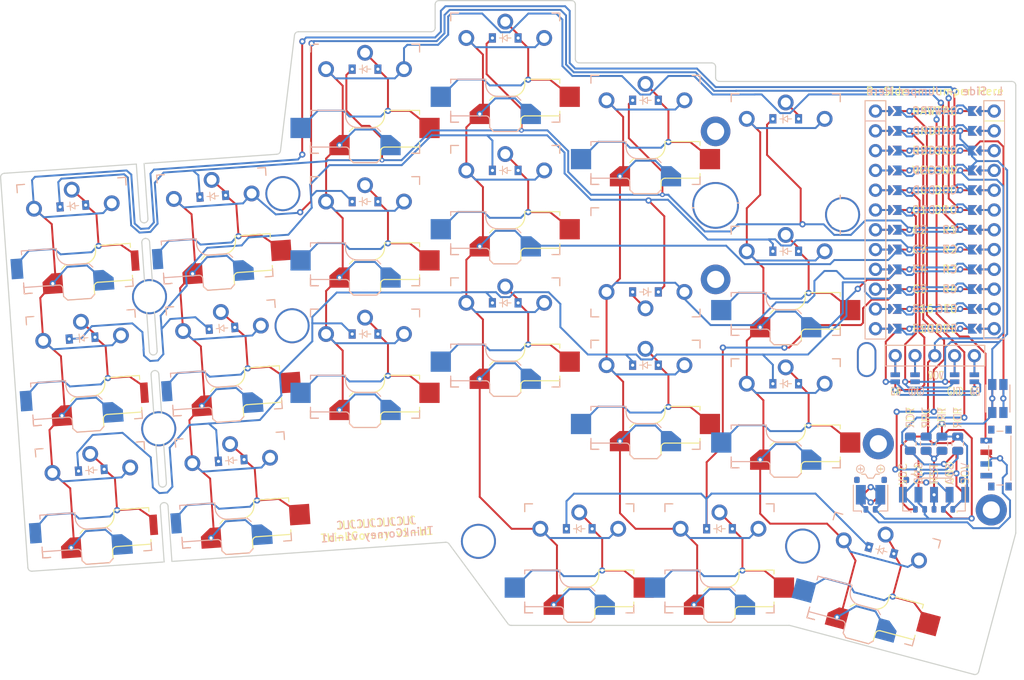
<source format=kicad_pcb>
(kicad_pcb (version 20221018) (generator pcbnew)
  (title_block (title "think_corney") (rev "v1-b1") (company "@infused-kim"))
  (layers (0 "F.Cu" signal) (31 "B.Cu" signal) (34 "B.Paste" user) (35 "F.Paste" user) (36 "B.SilkS" user "B.Silkscreen") (37 "F.SilkS" user "F.Silkscreen") (38 "B.Mask" user) (39 "F.Mask" user) (44 "Edge.Cuts" user))
  (net 0 "")
  (net 1 "RAW")
  (net 2 "GND")
  (net 3 "RST")
  (net 4 "VCC")
  (net 5 "C0")
  (net 6 "C1")
  (net 7 "C2")
  (net 8 "C3")
  (net 9 "C4")
  (net 10 "C5")
  (net 11 "F16")
  (net 12 "F10")
  (net 13 "TPC")
  (net 14 "TPD")
  (net 15 "DPD")
  (net 16 "DPC")
  (net 17 "R1")
  (net 18 "R2")
  (net 19 "R3")
  (net 20 "R4")
  (net 21 "F8")
  (net 22 "DPE")
  (net 23 "MCU1_24")
  (net 24 "MCU1_1")
  (net 25 "MCU1_23")
  (net 26 "MCU1_2")
  (net 27 "MCU1_22")
  (net 28 "MCU1_3")
  (net 29 "MCU1_21")
  (net 30 "MCU1_4")
  (net 31 "MCU1_20")
  (net 32 "MCU1_5")
  (net 33 "MCU1_19")
  (net 34 "MCU1_6")
  (net 35 "MCU1_18")
  (net 36 "MCU1_7")
  (net 37 "MCU1_17")
  (net 38 "MCU1_8")
  (net 39 "MCU1_16")
  (net 40 "MCU1_9")
  (net 41 "MCU1_15")
  (net 42 "MCU1_10")
  (net 43 "MCU1_14")
  (net 44 "MCU1_11")
  (net 45 "MCU1_13")
  (net 46 "MCU1_12")
  (net 47 "ring_bottom")
  (net 48 "ring_home")
  (net 49 "ring_top")
  (net 50 "middle_bottom")
  (net 51 "middle_home")
  (net 52 "middle_top")
  (net 53 "index_bottom")
  (net 54 "inner_bottom")
  (net 55 "outer_cluster")
  (net 56 "home_cluster")
  (net 57 "inner_cluster")
  (net 58 "outer_bottom")
  (net 59 "outer_home")
  (net 60 "outer_top")
  (net 61 "pinky_bottom")
  (net 62 "pinky_home")
  (net 63 "pinky_top")
  (net 64 "index_top")
  (net 65 "index_home")
  (net 66 "inner_top")
  (net 67 "inner_home")
  (net 68 "DISP1_1")
  (net 69 "DISP1_2")
  (net 70 "DISP1_4")
  (net 71 "DISP1_5")
  (net 72 "BAT_P")
  (net 73 "TPR")
  (footprint "point_debugger" (layer "F.Cu") (at 117.956153 98.744384 4)
    (fp_text reference "P4\"" hide)
    (fp_text value "")
  )
  (footprint "sw_reset_side" (layer "F.Cu") (at 216.095959 87.005306)
    (fp_text reference "SW2" hide)
    (fp_text value "")
  )
  (footprint "PG1350" (layer "F.Cu") (at 134.865959 82.525306 180)
    (fp_text reference "S1" hide)
    (fp_text value "")
  )
  (footprint "PG1350" (layer "F.Cu") (at 115.584433 64.827206 -176)
    (fp_text reference "S17" hide)
    (fp_text value "")
  )
  (footprint "point_debugger" (layer "F.Cu") (at 199.755959 99.355306)
    (fp_text reference "P35\"" hide)
    (fp_text value "")
  )
  (footprint "ComboDiode" (layer "F.Cu") (at 152.865959 57.725306)
    (fp_text reference "D11" hide)
    (fp_text value "" hide)
  )
  (footprint "point_debugger" (layer "F.Cu") (at 197.965997 118.385676 -15)
    (fp_text reference "P29\"" hide)
    (fp_text value "")
  )
  (footprint "point_debugger" (layer "F.Cu") (at 116.770293 81.785795 4)
    (fp_text reference "P5\"" hide)
    (fp_text value "")
  )
  (footprint "mounting_hole" (layer "F.Cu") (at 108.385146 90.892897 4)
    (fp_text reference "H3" hide)
    (fp_text value "")
  )
  (footprint "point_debugger" (layer "F.Cu") (at 196.165959 63.405306)
    (fp_text reference "P47\"" hide)
    (fp_text value "")
  )
  (footprint "ComboDiode" (layer "F.Cu") (at 201.149471 106.504788 -15)
    (fp_text reference "D17" hide)
    (fp_text value "" hide)
  )
  (footprint "point_debugger" (layer "F.Cu") (at 124.318362 60.707923 4)
    (fp_text reference "P45\"" hide)
    (fp_text value "")
  )
  (footprint "PG1350" (layer "F.Cu") (at 162.365959 107.525306 180)
    (fp_text reference "S9" hide)
    (fp_text value "")
  )
  (footprint "ComboDiode" (layer "F.Cu") (at 97.363205 62.292079 4)
    (fp_text reference "D3" hide)
    (fp_text value "" hide)
  )
  (footprint "PG1350" (layer "F.Cu") (at 188.865959 88.905306 180)
    (fp_text reference "S8" hide)
    (fp_text value "")
  )
  (footprint "point_debugger" (layer "F.Cu") (at 134.865959 82.525306)
    (fp_text reference "P7\"" hide)
    (fp_text value "")
  )
  (footprint "ComboDiode" (layer "F.Cu") (at 134.865959 44.725306)
    (fp_text reference "D9" hide)
    (fp_text value "" hide)
  )
  (footprint "point_debugger" (layer "F.Cu") (at 152.865959 61.525306)
    (fp_text reference "P11\"" hide)
    (fp_text value "")
  )
  (footprint "ComboDiode" (layer "F.Cu") (at 170.865959 48.725306)
    (fp_text reference "D18" hide)
    (fp_text value "" hide)
  )
  (footprint "point_debugger" (layer "F.Cu") (at 188.865959 88.905306)
    (fp_text reference "P16\"" hide)
    (fp_text value "")
  )
  (footprint "point_debugger" (layer "F.Cu") (at 200.165959 110.175306 -15)
    (fp_text reference "P21\"" hide)
    (fp_text value "")
  )
  (footprint "PG1350" (layer "F.Cu") (at 117.956153 98.744384 -176)
    (fp_text reference "S15" hide)
    (fp_text value "")
  )
  (footprint "point_debugger" (layer "F.Cu") (at 216.095959 87.005306)
    (fp_text reference "P38\"" hide)
    (fp_text value "")
  )
  (footprint "point_debugger" (layer "F.Cu") (at 107.199286 73.934308 4)
    (fp_text reference "P43\"" hide)
    (fp_text value "")
  )
  (footprint "nice_nano" (layer "F.Cu") (at 208.005959 62.805306)
    (fp_text reference "MCU1" hide)
    (fp_text value "")
  )
  (footprint "pads" (layer "F.Cu") (at 199.755959 99.355306 180)
    (fp_text reference "PAD1" hide)
    (fp_text value "")
  )
  (footprint "PG1350" (layer "F.Cu") (at 97.62828 66.082822 -176)
    (fp_text reference "S14" hide)
    (fp_text value "")
  )
  (footprint "PG1350" (layer "F.Cu") (at 100 100 -176)
    (fp_text reference "S12" hide)
    (fp_text value "")
  )
  (footprint "point_debugger" (layer "F.Cu") (at 152.865959 44.525306)
    (fp_text reference "P12\"" hide)
    (fp_text value "")
  )
  (footprint "mounting_hole" (layer "F.Cu") (at 149.424636 105.340253)
    (fp_text reference "H7" hide)
    (fp_text value "")
  )
  (footprint "point_debugger" (layer "F.Cu") (at 162.365959 107.525306)
    (fp_text reference "P19\"" hide)
    (fp_text value "")
  )
  (footprint "PG1350" (layer "F.Cu") (at 200.165959 110.175306 165)
    (fp_text reference "S11" hide)
    (fp_text value "")
  )
  (footprint "point_debugger" (layer "F.Cu") (at 218.395959 99.305306)
    (fp_text reference "P26\"" hide)
    (fp_text value "")
  )
  (footprint "ComboDiode" (layer "F.Cu") (at 170.865959 73.325306 180)
    (fp_text reference "D19" hide)
    (fp_text value "" hide)
  )
  (footprint "point_debugger" (layer "F.Cu") (at 153.365959 105.340253)
    (fp_text reference "P32\"" hide)
    (fp_text value "")
  )
  (footprint "mounting_hole" (layer "F.Cu") (at 191.042416 105.952529 -15)
    (fp_text reference "H8" hide)
    (fp_text value "")
  )
  (footprint "ComboDiode" (layer "F.Cu") (at 134.865959 78.725306)
    (fp_text reference "D7" hide)
    (fp_text value "" hide)
  )
  (footprint "point_debugger" (layer "F.Cu") (at 100 100 4)
    (fp_text reference "P1\"" hide)
    (fp_text value "")
  )
  (footprint "PG1350" (layer "F.Cu") (at 152.865959 61.525306 180)
    (fp_text reference "S5" hide)
    (fp_text value "")
  )
  (footprint "PG1350" (layer "F.Cu") (at 152.865959 78.525306 180)
    (fp_text reference "S4" hide)
    (fp_text value "")
  )
  (footprint "point_debugger" (layer "F.Cu") (at 207.905959 92.805306)
    (fp_text reference "P41\"" hide)
    (fp_text value "")
  )
  (footprint "point_debugger" (layer "F.Cu") (at 218.395959 104.294308 -15)
    (fp_text reference "P27\"" hide)
    (fp_text value "")
  )
  (footprint "PG1350" (layer "F.Cu") (at 180.365959 107.525306 180)
    (fp_text reference "S10" hide)
    (fp_text value "")
  )
  (footprint "PG1350" (layer "F.Cu") (at 170.865959 69.525306 180)
    (fp_text reference "S19" hide)
    (fp_text value "")
  )
  (footprint "PG1350" (layer "F.Cu") (at 188.865959 54.905306)
    (fp_text reference "S20" hide)
    (fp_text value "")
  )
  (footprint "point_debugger" (layer "F.Cu") (at 170.865959 69.525306)
    (fp_text reference "P14\"" hide)
    (fp_text value "")
  )
  (footprint "point_debugger" (layer "F.Cu") (at 208.005959 62.805306)
    (fp_text reference "P22\"" hide)
    (fp_text value "")
  )
  (footprint "point_debugger" (layer "F.Cu") (at 200.755959 92.805306)
    (fp_text reference "P23\"" hide)
    (fp_text value "")
  )
  (footprint "conn_molex_pico_ezmate_1x05" (layer "F.Cu") (at 207.905959 99.355306 180)
    (fp_text reference "CONN2" hide)
    (fp_text value "")
  )
  (footprint "point_debugger" (layer "F.Cu") (at 213.504569 122.549224)
    (fp_text reference "P30\"" hide)
    (fp_text value "")
  )
  (footprint "PG1350" (layer "F.Cu") (at 98.81414 83.041411 -176)
    (fp_text reference "S13" hide)
    (fp_text value "")
  )
  (footprint "ComboDiode" (layer "F.Cu") (at 188.865959 68.105306)
    (fp_text reference "D21" hide)
    (fp_text value "" hide)
  )
  (footprint "point_debugger" (layer "F.Cu") (at 152.865959 78.525306)
    (fp_text reference "P10\"" hide)
    (fp_text value "")
  )
  (footprint "nice!view" (layer "F.Cu") (at 208.005959 64.805306)
    (fp_text reference "DISP1" hide)
    (fp_text value "")
  )
  (footprint "ComboDiode" (layer "F.Cu") (at 152.865959 40.725306)
    (fp_text reference "D12" hide)
    (fp_text value "" hide)
  )
  (footprint "ComboDiode" (layer "F.Cu") (at 152.865959 74.725306)
    (fp_text reference "D10" hide)
    (fp_text value "" hide)
  )
  (footprint "power_switch" (layer "F.Cu") (at 216.345959 94.655306)
    (fp_text reference "SW1" hide)
    (fp_text value "")
  )
  (footprint "point_debugger" (layer "F.Cu") (at 207.905959 99.355306)
    (fp_text reference "P40\"" hide)
    (fp_text value "")
  )
  (footprint "point_debugger" (layer "F.Cu") (at 188.865959 54.905306)
    (fp_text reference "P18\"" hide)
    (fp_text value "")
  )
  (footprint "point_debugger" (layer "F.Cu") (at 97.62828 66.082822 4)
    (fp_text reference "P3\"" hide)
    (fp_text value "")
  )
  (footprint "PG1350" (layer "F.Cu") (at 152.865959 44.525306 180)
    (fp_text reference "S6" hide)
    (fp_text value "")
  )
  (footprint "mounting_hole" (layer "F.Cu") (at 124.318362 60.707923 4)
    (fp_text reference "H4" hide)
    (fp_text value "")
  )
  (footprint "ComboDiode" (layer "F.Cu") (at 180.365959 103.725306)
    (fp_text reference "D16" hide)
    (fp_text value "" hide)
  )
  (footprint "point_debugger" (layer "F.Cu") (at 191.042416 105.952529 -15)
    (fp_text reference "P49\"" hide)
    (fp_text value "")
  )
  (footprint "point_debugger" (layer "F.Cu") (at 180.365959 107.525306)
    (fp_text reference "P20\"" hide)
    (fp_text value "")
  )
  (footprint "point_debugger" (layer "F.Cu") (at 134.865959 65.525306)
    (fp_text reference "P8\"" hide)
    (fp_text value "")
  )
  (footprint "point_debugger" (layer "F.Cu") (at 170.865959 86.525306)
    (fp_text reference "P13\"" hide)
    (fp_text value "")
  )
  (footprint "conn_molex_pico_ezmate_1x02" (layer "F.Cu") (at 199.755959 99.355306 180)
    (fp_text reference "CONN1" hide)
    (fp_text value "")
  )
  (footprint "point_debugger" (layer "F.Cu") (at 179.865959 62.215306)
    (fp_text reference "P39\"" hide)
    (fp_text value "")
  )
  (footprint "mounting_hole" (layer "F.Cu") (at 200.755959 92.805306)
    (fp_text reference "H9" hide)
    (fp_text value "")
  )
  (footprint "point_debugger" (layer "F.Cu") (at 170.865959 52.525306)
    (fp_text reference "P15\"" hide)
    (fp_text value "")
  )
  (footprint "smd_805" (layer "F.Cu") (at 207.905959 92.805306 180)
    (fp_text reference "SMD1" hide)
    (fp_text value "")
  )
  (footprint "ComboDiode" (layer "F.Cu") (at 188.865959 85.105306)
    (fp_text reference "D14" hide)
    (fp_text value "" hide)
  )
  (footprint "point_debugger" (layer "F.Cu") (at 199.755959 99.355306)
    (fp_text reference "P36\"" hide)
    (fp_text value "")
  )
  (footprint "PG1350" (layer "F.Cu") (at 170.865959 86.525306 180)
    (fp_text reference "S7" hide)
    (fp_text value "")
  )
  (footprint "mounting_hole" (layer "F.Cu") (at 215.255959 101.305306)
    (fp_text reference "H10" hide)
    (fp_text value "")
  )
  (footprint "point_debugger" (layer "F.Cu") (at 136.400601 104.471715 4)
    (fp_text reference "P42\"" hide)
    (fp_text value "")
  )
  (footprint "PG1350" (layer "F.Cu") (at 170.865959 52.525306 180)
    (fp_text reference "S18" hide)
    (fp_text value "")
  )
  (footprint "PG1350" (layer "F.Cu") (at 188.865959 71.905306 180)
    (fp_text reference "S21" hide)
    (fp_text value "")
  )
  (footprint "pads" (layer "F.Cu") (at 207.905959 99.355306 180)
    (fp_text reference "PAD2" hide)
    (fp_text value "")
  )
  (footprint "trackpoint_mount_t430" (layer "F.Cu") (at 179.865959 62.215306)
    (fp_text reference "TP1" hide)
    (fp_text value "")
  )
  (footprint "ComboDiode" (layer "F.Cu") (at 134.865959 61.725306)
    (fp_text reference "D8" hide)
    (fp_text value "" hide)
  )
  (footprint "point_debugger" (layer "F.Cu") (at 218.395959 46.305306)
    (fp_text reference "P25\"" hide)
    (fp_text value "")
  )
  (footprint "mounting_hole" (layer "F.Cu") (at 107.199286 73.934308 4)
    (fp_text reference "H2" hide)
    (fp_text value "")
  )
  (footprint "PG1350" (layer "F.Cu") (at 116.770293 81.785795 -176)
    (fp_text reference "S16" hide)
    (fp_text value "")
  )
  (footprint "PG1350" (layer "F.Cu") (at 134.865959 48.525306 180)
    (fp_text reference "S3" hide)
    (fp_text value "")
  )
  (footprint "point_debugger" (layer "F.Cu") (at 199.255959 82.005306)
    (fp_text reference "P34\"" hide)
    (fp_text value "")
  )
  (footprint "mounting_hole" (layer "F.Cu") (at 199.255959 82.005306)
    (fp_text reference "H1" hide)
    (fp_text value "")
  )
  (footprint "point_debugger" (layer "F.Cu") (at 98.81414 83.041411 4)
    (fp_text reference "P2\"" hide)
    (fp_text value "")
  )
  (footprint "mounting_hole" (layer "F.Cu") (at 125.504222 77.666512 4)
    (fp_text reference "H5" hide)
    (fp_text value "")
  )
  (footprint "ComboDiode" (layer "F.Cu") (at 117.691078 94.95364 4)
    (fp_text reference "D4" hide)
    (fp_text value "" hide)
  )
  (footprint "point_debugger" (layer "F.Cu") (at 115.584433 64.827206 4)
    (fp_text reference "P6\"" hide)
    (fp_text value "")
  )
  (footprint "point_debugger" (layer "F.Cu") (at 208.005959 64.805306)
    (fp_text reference "P33\"" hide)
    (fp_text value "")
  )
  (footprint "PG1350" (layer "F.Cu") (at 134.865959 65.525306 180)
    (fp_text reference "S2" hide)
    (fp_text value "")
  )
  (footprint "icon_bat" (layer "F.Cu") (at 199.755959 96.055306 180)
    (fp_text reference "ICON1" hide)
    (fp_text value "")
  )
  (footprint "point_debugger" (layer "F.Cu") (at 149.424636 105.340253)
    (fp_text reference "P48\"" hide)
    (fp_text value "")
  )
  (footprint "point_debugger" (layer "F.Cu") (at 188.865959 71.905306)
    (fp_text reference "P17\"" hide)
    (fp_text value "")
  )
  (footprint "point_debugger" (layer "F.Cu") (at 134.865959 48.525306)
    (fp_text reference "P9\"" hide)
    (fp_text value "")
  )
  (footprint "ComboDiode" (layer "F.Cu") (at 98.549065 79.250668 4)
    (fp_text reference "D2" hide)
    (fp_text value "" hide)
  )
  (footprint "ComboDiode" (layer "F.Cu") (at 188.865959 51.105306)
    (fp_text reference "D20" hide)
    (fp_text value "" hide)
  )
  (footprint "point_debugger" (layer "F.Cu") (at 125.504222 77.666512 4)
    (fp_text reference "P46\"" hide)
    (fp_text value "")
  )
  (footprint "mounting_hole" (layer "F.Cu") (at 196.165959 63.405306)
    (fp_text reference "H6" hide)
    (fp_text value "")
  )
  (footprint "ComboDiode" (layer "F.Cu") (at 99.734925 96.209257 4)
    (fp_text reference "D1" hide)
    (fp_text value "" hide)
  )
  (footprint "point_debugger" (layer "F.Cu") (at 216.345959 94.655306)
    (fp_text reference "P37\"" hide)
    (fp_text value "")
  )
  (footprint "point_debugger" (layer "F.Cu") (at 145.483312 105.340253)
    (fp_text reference "P31\"" hide)
    (fp_text value "")
  )
  (footprint "ComboDiode" (layer "F.Cu") (at 170.865959 82.725306)
    (fp_text reference "D13" hide)
    (fp_text value "" hide)
  )
  (footprint "ComboDiode" (layer "F.Cu") (at 115.319358 61.036462 4)
    (fp_text reference "D6" hide)
    (fp_text value "" hide)
  )
  (footprint "ComboDiode" (layer "F.Cu") (at 116.505218 77.995051 4)
    (fp_text reference "D5" hide)
    (fp_text value "" hide)
  )
  (footprint "point_debugger" (layer "F.Cu") (at 108.385146 90.892897 4)
    (fp_text reference "P44\"" hide)
    (fp_text value "")
  )
  (footprint "point_debugger" (layer "F.Cu") (at 218.395959 104.294308)
    (fp_text reference "P28\"" hide)
    (fp_text value "")
  )
  (footprint "point_debugger" (layer "F.Cu") (at 215.255959 101.305306)
    (fp_text reference "P24\"" hide)
    (fp_text value "")
  )
  (footprint "ComboDiode" (layer "F.Cu") (at 162.365959 103.725306)
    (fp_text reference "D15" hide)
    (fp_text value "" hide)
  )
  (gr_line (start 106.676113 66.452578) (end 106.676113 66.452578) (stroke (width 0.15)) (layer "Edge.Cuts"))
  (gr_arc (start 88.085176 58.630361) (mid 88.206603 58.267453) (end 88.54908 58.096701) (stroke (width 0.15)) (layer "Edge.Cuts"))
  (gr_line (start 145.209201 105.459422) (end 110.076758 107.916281) (stroke (width 0.15)) (layer "Edge.Cuts"))
  (gr_line (start 108.186364 80.882379) (end 107.209773 66.916482) (stroke (width 0.15)) (layer "Edge.Cuts"))
  (gr_arc (start 218.395959 104.228481) (mid 218.391682 104.293744) (end 218.378922 104.357891) (stroke (width 0.15)) (layer "Edge.Cuts"))
  (gr_line (start 218.378922 104.357891) (end 213.633758 122.067082) (stroke (width 0.15)) (layer "Edge.Cuts"))
  (gr_arc (start 109.372224 97.840968) (mid 109.250797 98.203876) (end 108.90832 98.374628) (stroke (width 0.15)) (layer "Edge.Cuts"))
  (gr_arc (start 213.633758 122.067081) (mid 213.401164 122.370472) (end 213.022208 122.420855) (stroke (width 0.15)) (layer "Edge.Cuts"))
  (gr_arc (start 107.398069 83.944827) (mid 107.519496 83.581919) (end 107.861973 83.411167) (stroke (width 0.15)) (layer "Edge.Cuts"))
  (gr_line (start 109.079195 107.986042) (end 92.120613 109.171978) (stroke (width 0.15)) (layer "Edge.Cuts"))
  (gr_line (start 88.54908 58.096701) (end 105.507669 56.910841) (stroke (width 0.15)) (layer "Edge.Cuts"))
  (gr_line (start 110.076758 107.916281) (end 109.581493 100.833659) (stroke (width 0.15)) (layer "Edge.Cuts"))
  (gr_line (start 153.216075 115.922136) (end 145.646439 105.661374) (stroke (width 0.15)) (layer "Edge.Cuts"))
  (gr_line (start 106.5366 64.45745) (end 106.5366 64.45745) (stroke (width 0.15)) (layer "Edge.Cuts"))
  (gr_line (start 162.365959 43.925306) (end 179.365959 43.925306) (stroke (width 0.15)) (layer "Edge.Cuts"))
  (gr_line (start 218.395959 46.805306) (end 218.395959 104.228482) (stroke (width 0.15)) (layer "Edge.Cuts"))
  (gr_arc (start 145.209201 105.459422) (mid 145.453738 105.504283) (end 145.646439 105.661374) (stroke (width 0.15)) (layer "Edge.Cuts"))
  (gr_line (start 189.300565 116.125306) (end 153.618433 116.125306) (stroke (width 0.15)) (layer "Edge.Cuts"))
  (gr_arc (start 108.186364 80.882379) (mid 108.064937 81.245287) (end 107.72246 81.416039) (stroke (width 0.15)) (layer "Edge.Cuts"))
  (gr_arc (start 161.365959 35.925306) (mid 161.719512 36.071753) (end 161.865959 36.425306) (stroke (width 0.15)) (layer "Edge.Cuts"))
  (gr_arc (start 217.895959 46.305306) (mid 218.249512 46.451753) (end 218.395959 46.805306) (stroke (width 0.15)) (layer "Edge.Cuts"))
  (gr_line (start 126.308986 39.925306) (end 143.365959 39.925306) (stroke (width 0.15)) (layer "Edge.Cuts"))
  (gr_arc (start 153.618433 116.125306) (mid 153.393061 116.071633) (end 153.216075 115.922136) (stroke (width 0.15)) (layer "Edge.Cuts"))
  (gr_arc (start 108.90832 98.374628) (mid 108.545412 98.253201) (end 108.37466 97.910724) (stroke (width 0.15)) (layer "Edge.Cuts"))
  (gr_line (start 107.000504 63.92379) (end 106.505233 56.841085) (stroke (width 0.15)) (layer "Edge.Cuts"))
  (gr_line (start 105.507669 56.910841) (end 106.00294 63.993546) (stroke (width 0.15)) (layer "Edge.Cuts"))
  (gr_arc (start 92.120613 109.171979) (mid 91.757704 109.050552) (end 91.586951 108.708075) (stroke (width 0.15)) (layer "Edge.Cuts"))
  (gr_arc (start 125.812623 40.365111) (mid 125.977397 40.051075) (end 126.308986 39.925306) (stroke (width 0.15)) (layer "Edge.Cuts"))
  (gr_line (start 106.212209 66.986238) (end 107.1888 80.952135) (stroke (width 0.15)) (layer "Edge.Cuts"))
  (gr_line (start 108.90832 98.374628) (end 108.90832 98.374628) (stroke (width 0.15)) (layer "Edge.Cuts"))
  (gr_arc (start 106.676113 66.452578) (mid 107.039021 66.574005) (end 107.209773 66.916482) (stroke (width 0.15)) (layer "Edge.Cuts"))
  (gr_arc (start 106.212209 66.986238) (mid 106.333636 66.62333) (end 106.676113 66.452578) (stroke (width 0.15)) (layer "Edge.Cuts"))
  (gr_line (start 91.586951 108.708075) (end 88.085176 58.630362) (stroke (width 0.15)) (layer "Edge.Cuts"))
  (gr_arc (start 189.300566 116.125306) (mid 189.365407 116.129528) (end 189.429153 116.142124) (stroke (width 0.15)) (layer "Edge.Cuts"))
  (gr_line (start 213.022208 122.420855) (end 189.429153 116.142124) (stroke (width 0.15)) (layer "Edge.Cuts"))
  (gr_line (start 107.72246 81.416039) (end 107.72246 81.416039) (stroke (width 0.15)) (layer "Edge.Cuts"))
  (gr_line (start 107.398069 83.944827) (end 108.37466 97.910724) (stroke (width 0.15)) (layer "Edge.Cuts"))
  (gr_arc (start 143.865959 36.425306) (mid 144.012406 36.071753) (end 144.365959 35.925306) (stroke (width 0.15)) (layer "Edge.Cuts"))
  (gr_arc (start 143.865959 39.425306) (mid 143.719512 39.778859) (end 143.365959 39.925306) (stroke (width 0.15)) (layer "Edge.Cuts"))
  (gr_arc (start 108.583929 100.903416) (mid 109.047833 100.369756) (end 109.581493 100.83366) (stroke (width 0.15)) (layer "Edge.Cuts"))
  (gr_arc (start 107.861973 83.411167) (mid 108.224881 83.532594) (end 108.395633 83.875071) (stroke (width 0.15)) (layer "Edge.Cuts"))
  (gr_line (start 106.505233 56.841085) (end 123.550814 55.649142) (stroke (width 0.15)) (layer "Edge.Cuts"))
  (gr_line (start 108.583929 100.903416) (end 109.079195 107.986042) (stroke (width 0.15)) (layer "Edge.Cuts"))
  (gr_line (start 109.372224 97.840967) (end 108.395633 83.875071) (stroke (width 0.15)) (layer "Edge.Cuts"))
  (gr_line (start 180.365959 46.305306) (end 217.895959 46.305306) (stroke (width 0.15)) (layer "Edge.Cuts"))
  (gr_line (start 124.012299 55.210554) (end 125.812623 40.365112) (stroke (width 0.15)) (layer "Edge.Cuts"))
  (gr_line (start 109.047833 100.369756) (end 109.047833 100.369756) (stroke (width 0.15)) (layer "Edge.Cuts"))
  (gr_arc (start 107.000504 63.92379) (mid 106.5366 64.45745) (end 106.00294 63.993546) (stroke (width 0.15)) (layer "Edge.Cuts"))
  (gr_arc (start 107.72246 81.416039) (mid 107.359552 81.294612) (end 107.1888 80.952135) (stroke (width 0.15)) (layer "Edge.Cuts"))
  (gr_arc (start 124.012299 55.210555) (mid 123.860383 55.51279) (end 123.550814 55.649142) (stroke (width 0.15)) (layer "Edge.Cuts"))
  (gr_arc (start 162.365959 43.925306) (mid 162.012406 43.778859) (end 161.865959 43.425306) (stroke (width 0.15)) (layer "Edge.Cuts"))
  (gr_line (start 143.865959 39.425306) (end 143.865959 36.425306) (stroke (width 0.15)) (layer "Edge.Cuts"))
  (gr_line (start 179.865959 44.425306) (end 179.865959 45.805306) (stroke (width 0.15)) (layer "Edge.Cuts"))
  (gr_line (start 161.865959 36.425306) (end 161.865959 43.425306) (stroke (width 0.15)) (layer "Edge.Cuts"))
  (gr_arc (start 180.365959 46.305306) (mid 180.012406 46.158859) (end 179.865959 45.805306) (stroke (width 0.15)) (layer "Edge.Cuts"))
  (gr_line (start 197.865959 46.305306) (end 197.865959 46.305306) (stroke (width 0.15)) (layer "Edge.Cuts"))
  (gr_arc (start 179.365959 43.925306) (mid 179.719512 44.071753) (end 179.865959 44.425306) (stroke (width 0.15)) (layer "Edge.Cuts"))
  (gr_line (start 107.861973 83.411167) (end 107.861973 83.411167) (stroke (width 0.15)) (layer "Edge.Cuts"))
  (gr_line (start 144.365959 35.925306) (end 161.365959 35.925306) (stroke (width 0.15)) (layer "Edge.Cuts"))
  (gr_text "ThinkCorney v1-b1" (at 136.400601 104.471715 4) (layer "B.SilkS") (effects (font (size 1 1)) (justify mirror)))
  (gr_text "JLCJLCJLCJLC" (at 136.295966 102.975369 4) (layer "B.SilkS") (effects (font (size 1 1)) (justify mirror)))
  (gr_text "ThinkCorney v1-b1" (at 136.400601 104.471715 4) (layer "F.SilkS") (effects (font (size 1 1))))
  (gr_text "JLCJLCJLCJLC" (at 136.295966 102.975369 4) (layer "F.SilkS") (effects (font (size 1 1))))
  (segment locked (start 211.18 79.04) (end 208.23 76.09) (width 0.25) (layer "F.Cu") (net 1))
  (segment locked (start 212.78 50.11) (end 211.27 50.11) (width 0.25) (layer "F.Cu") (net 1))
  (segment locked (start 208.23 76.09) (end 208.23 51.19) (width 0.25) (layer "F.Cu") (net 1))
  (segment locked (start 214.51 81.24) (end 212.31 79.04) (width 0.25) (layer "F.Cu") (net 1))
  (segment locked (start 212.31 79.04) (end 211.18 79.04) (width 0.25) (layer "F.Cu") (net 1))
  (segment locked (start 214.51 92.3) (end 214.51 81.24) (width 0.25) (layer "F.Cu") (net 1))
  (via locked (at 208.23 51.19) (size 0.8) (drill 0.4) (layers "F.Cu" "B.Cu") (net 1))
  (via locked (at 214.61 92.41) (size 0.8) (drill 0.4) (layers "F.Cu" "B.Cu") (net 1))
  (segment locked (start 208.2 50.36) (end 211.02 50.36) (width 0.25) (layer "B.Cu") (net 1))
  (segment locked (start 203.23 50.11) (end 203.67 50.11) (width 0.25) (layer "B.Cu") (net 1))
  (segment locked (start 205.56 50.36) (end 211.02 50.36) (width 0.25) (layer "B.Cu") (net 1))
  (segment locked (start 203.67 50.11) (end 204.4 50.83) (width 0.25) (layer "B.Cu") (net 1))
  (segment locked (start 205.47 50.45) (end 205.47 50.44) (width 0.25) (layer "B.Cu") (net 1))
  (segment locked (start 208.23 51.19) (end 208.23 50.39) (width 0.25) (layer "B.Cu") (net 1))
  (segment locked (start 205.09 50.83) (end 205.47 50.45) (width 0.25) (layer "B.Cu") (net 1))
  (segment locked (start 205.56 50.36) (end 208.2 50.36) (width 0.25) (layer "B.Cu") (net 1))
  (segment locked (start 204.4 50.83) (end 205.09 50.83) (width 0.25) (layer "B.Cu") (net 1))
  (segment locked (start 208.23 50.39) (end 208.2 50.36) (width 0.25) (layer "B.Cu") (net 1))
  (segment locked (start 211.02 50.36) (end 211.27 50.11) (width 0.25) (layer "B.Cu") (net 1))
  (segment locked (start 205.47 50.44) (end 205.56 50.36) (width 0.25) (layer "B.Cu") (net 1))
  (segment locked (start 198.51 99.36) (end 198.51 100.58) (width 0.25) (layer "F.Cu") (net 2))
  (segment locked (start 198.51 99.36) (end 198.81 99.36) (width 0.25) (layer "F.Cu") (net 2))
  (segment locked (start 212.73 102.4) (end 212.75 102.38) (width 0.25) (layer "F.Cu") (net 2))
  (segment locked (start 215.38 88.81) (end 215.38 87) (width 0.25) (layer "F.Cu") (net 2))
  (segment locked (start 203.23 55.19) (end 204.74 55.19) (width 0.25) (layer "F.Cu") (net 2))
  (segment locked (start 209.11 101.23) (end 210.28 102.4) (width 0.25) (layer "F.Cu") (net 2))
  (segment locked (start 203.23 57.73) (end 204.74 57.73) (width 0.25) (layer "F.Cu") (net 2))
  (segment locked (start 209.33 84.85) (end 210.54 84.85) (width 0.25) (layer "F.Cu") (net 2))
  (segment locked (start 209.78 91.04) (end 208.92 91.89) (width 0.25) (layer "F.Cu") (net 2))
  (segment locked (start 208.92 91.89) (end 208.92 90.23) (width 0.25) (layer "F.Cu") (net 2))
  (segment locked (start 212.78 52.65) (end 211.27 52.65) (width 0.25) (layer "F.Cu") (net 2))
  (segment locked (start 210.28 102.4) (end 212.73 102.4) (width 0.25) (layer "F.Cu") (net 2))
  (segment locked (start 198.51 100.58) (end 199.16 101.23) (width 0.25) (layer "F.Cu") (net 2))
  (segment locked (start 211.69 91.04) (end 209.78 91.04) (width 0.25) (layer "F.Cu") (net 2))
  (segment locked (start 209.91 99.36) (end 209.91 100.43) (width 0.25) (layer "F.Cu") (net 2))
  (segment locked (start 198.81 99.36) (end 199.78 98.38) (width 0.25) (layer "F.Cu") (net 2))
  (segment locked (start 212.75 102.38) (end 212.75 92.1) (width 0.25) (layer "F.Cu") (net 2))
  (segment locked (start 209.91 100.43) (end 209.11 101.23) (width 0.25) (layer "F.Cu") (net 2))
  (segment locked (start 212.75 92.1) (end 211.69 91.04) (width 0.25) (layer "F.Cu") (net 2))
  (segment locked (start 215.38 87) (end 215.38 85.21) (width 0.25) (layer "F.Cu") (net 2))
  (segment locked (start 208.92 90.23) (end 208.91 90.22) (width 0.25) (layer "F.Cu") (net 2))
  (via locked (at 199.78 98.38) (size 0.8) (drill 0.4) (layers "F.Cu" "B.Cu") (net 2))
  (via locked (at 208.91 90.22) (size 0.8) (drill 0.4) (layers "F.Cu" "B.Cu") (net 2))
  (via locked (at 209.33 84.85) (size 0.8) (drill 0.4) (layers "F.Cu" "B.Cu") (net 2))
  (via locked (at 212.73 102.4) (size 0.8) (drill 0.4) (layers "F.Cu" "B.Cu") (net 2))
  (via locked (at 215.38 87) (size 0.8) (drill 0.4) (layers "F.Cu" "B.Cu") (net 2))
  (segment locked (start 213.4 56.53) (end 212.78 55.91) (width 0.25) (layer "B.Cu") (net 2))
  (segment locked (start 208.92 90.23) (end 214.25 90.23) (width 0.25) (layer "B.Cu") (net 2))
  (segment locked (start 215.38 85.21) (end 215.38 80.65) (width 0.25) (layer "B.Cu") (net 2))
  (segment locked (start 212.78 57.15) (end 212.78 57.73) (width 0.25) (layer "B.Cu") (net 2))
  (segment locked (start 204.4 53.37) (end 205.09 53.37) (width 0.25) (layer "B.Cu") (net 2))
  (segment locked (start 211.62 57) (end 210.92 57) (width 0.25) (layer "B.Cu") (net 2))
  (segment locked (start 210.05 79.76) (end 216.27 79.76) (width 0.25) (layer "B.Cu") (net 2))
  (segment locked (start 203.23 52.65) (end 203.67 52.65) (width 0.25) (layer "B.Cu") (net 2))
  (segment locked (start 205.56 52.9) (end 211.02 52.9) (width 0.25) (layer "B.Cu") (net 2))
  (segment locked (start 216.27 79.76) (end 217.29 78.73) (width 0.25) (layer "B.Cu") (net 2))
  (segment locked (start 204.99 57.48) (end 204.74 57.73) (width 0.25) (layer "B.Cu") (net 2))
  (segment locked (start 212.78 55.91) (end 212.78 55.19) (width 0.25) (layer "B.Cu") (net 2))
  (segment locked (start 206.71 101.23) (end 206.71 101.89) (width 0.25) (layer "B.Cu") (net 2))
  (segment locked (start 212.78 55.19) (end 211.27 53.67) (width 0.25) (layer "B.Cu") (net 2))
  (segment locked (start 212.34 55.19) (end 211.62 54.46) (width 0.25) (layer "B.Cu") (net 2))
  (segment locked (start 212.78 55.19) (end 212.34 55.19) (width 0.25) (layer "B.Cu") (net 2))
  (segment locked (start 209.32 84.86) (end 209.33 84.85) (width 0.25) (layer "B.Cu") (net 2))
  (segment locked (start 208.91 90.22) (end 208.57 90.22) (width 0.25) (layer "B.Cu") (net 2))
  (segment locked (start 217.29 57.7) (end 216.12 56.53) (width 0.25) (layer "B.Cu") (net 2))
  (segment locked (start 213.4 56.53) (end 212.78 57.15) (width 0.25) (layer "B.Cu") (net 2))
  (segment locked (start 205.91 100.43) (end 206.71 101.23) (width 0.25) (layer "B.Cu") (net 2))
  (segment locked (start 215.38 80.65) (end 216.27 79.76) (width 0.25) (layer "B.Cu") (net 2))
  (segment locked (start 210.44 57.48) (end 204.99 57.48) (width 0.25) (layer "B.Cu") (net 2))
  (segment locked (start 212.78 57.15) (end 212.78 57.73) (width 0.25) (layer "B.Cu") (net 2))
  (segment locked (start 200.36 101.23) (end 201.56 102.43) (width 0.25) (layer "B.Cu") (net 2))
  (segment locked (start 201.01 100.58) (end 200.36 101.23) (width 0.25) (layer "B.Cu") (net 2))
  (segment locked (start 212.78 55.91) (end 212.78 55.19) (width 0.25) (layer "B.Cu") (net 2))
  (segment locked (start 199.78 98.38) (end 200.03 98.38) (width 0.25) (layer "B.Cu") (net 2))
  (segment locked (start 216.12 56.53) (end 213.4 56.53) (width 0.25) (layer "B.Cu") (net 2))
  (segment locked (start 217.29 78.73) (end 217.29 57.7) (width 0.25) (layer "B.Cu") (net 2))
  (segment locked (start 212.78 57.73) (end 212.34 57.73) (width 0.25) (layer "B.Cu") (net 2))
  (segment locked (start 209.33 84.85) (end 209.33 80.48) (width 0.25) (layer "B.Cu") (net 2))
  (segment locked (start 201.56 102.43) (end 207.25 102.43) (width 0.25) (layer "B.Cu") (net 2))
  (segment locked (start 206.71 101.89) (end 207.25 102.43) (width 0.25) (layer "B.Cu") (net 2))
  (segment locked (start 205.09 53.37) (end 205.47 52.99) (width 0.25) (layer "B.Cu") (net 2))
  (segment locked (start 210.92 57) (end 210.44 57.48) (width 0.25) (layer "B.Cu") (net 2))
  (segment locked (start 200.03 98.38) (end 201.01 99.36) (width 0.25) (layer "B.Cu") (net 2))
  (segment locked (start 203.67 52.65) (end 204.4 53.37) (width 0.25) (layer "B.Cu") (net 2))
  (segment locked (start 205.47 84.86) (end 209.32 84.86) (width 0.25) (layer "B.Cu") (net 2))
  (segment locked (start 211.27 53.67) (end 211.27 52.65) (width 0.25) (layer "B.Cu") (net 2))
  (segment locked (start 211.02 52.9) (end 211.27 52.65) (width 0.25) (layer "B.Cu") (net 2))
  (segment locked (start 208.57 90.22) (end 206.89 91.89) (width 0.25) (layer "B.Cu") (net 2))
  (segment locked (start 205.47 52.99) (end 205.47 52.98) (width 0.25) (layer "B.Cu") (net 2))
  (segment locked (start 201.01 99.36) (end 201.01 100.58) (width 0.25) (layer "B.Cu") (net 2))
  (segment locked (start 205.47 52.98) (end 205.56 52.9) (width 0.25) (layer "B.Cu") (net 2))
  (segment locked (start 209.33 80.48) (end 210.05 79.76) (width 0.25) (layer "B.Cu") (net 2))
  (segment locked (start 208.91 90.22) (end 208.92 90.23) (width 0.25) (layer "B.Cu") (net 2))
  (segment locked (start 214.25 90.23) (end 215.38 89.1) (width 0.25) (layer "B.Cu") (net 2))
  (segment locked (start 210.92 54.46) (end 210.44 54.94) (width 0.25) (layer "B.Cu") (net 2))
  (segment locked (start 215.38 85.21) (end 215.38 87) (width 0.25) (layer "B.Cu") (net 2))
  (segment locked (start 204.99 54.94) (end 204.74 55.19) (width 0.25) (layer "B.Cu") (net 2))
  (segment locked (start 211.62 54.46) (end 210.92 54.46) (width 0.25) (layer "B.Cu") (net 2))
  (segment locked (start 205.91 99.36) (end 205.91 100.43) (width 0.25) (layer "B.Cu") (net 2))
  (segment locked (start 212.34 57.73) (end 211.62 57) (width 0.25) (layer "B.Cu") (net 2))
  (segment locked (start 215.38 88.81) (end 215.38 87) (width 0.25) (layer "B.Cu") (net 2))
  (segment locked (start 212.7 102.43) (end 207.25 102.43) (width 0.25) (layer "B.Cu") (net 2))
  (segment locked (start 210.44 54.94) (end 204.99 54.94) (width 0.25) (layer "B.Cu") (net 2))
  (segment locked (start 216.82 85.2) (end 216.82 54.69) (width 0.25) (layer "F.Cu") (net 3))
  (segment locked (start 216.12 53.99) (end 213.84 53.99) (width 0.25) (layer "F.Cu") (net 3))
  (segment locked (start 216.82 88.81) (end 216.82 87.02) (width 0.25) (layer "F.Cu") (net 3))
  (segment locked (start 216.82 54.69) (end 216.12 53.99) (width 0.25) (layer "F.Cu") (net 3))
  (segment locked (start 216.82 87.02) (end 216.8 87) (width 0.25) (layer "F.Cu") (net 3))
  (segment locked (start 216.8 87) (end 216.8 85.23) (width 0.25) (layer "F.Cu") (net 3))
  (segment locked (start 212.78 55.19) (end 211.27 55.19) (width 0.25) (layer "F.Cu") (net 3))
  (segment locked (start 213.84 53.99) (end 212.78 55.05) (width 0.25) (layer "F.Cu") (net 3))
  (via locked (at 216.8 87) (size 0.8) (drill 0.4) (layers "F.Cu" "B.Cu") (net 3))
  (segment locked (start 203.23 55.19) (end 203.67 55.19) (width 0.25) (layer "B.Cu") (net 3))
  (segment locked (start 211.02 55.44) (end 211.27 55.19) (width 0.25) (layer "B.Cu") (net 3))
  (segment locked (start 205.09 55.91) (end 205.47 55.53) (width 0.25) (layer "B.Cu") (net 3))
  (segment locked (start 216.82 88.81) (end 216.82 87.02) (width 0.25) (layer "B.Cu") (net 3))
  (segment locked (start 203.67 55.19) (end 204.4 55.91) (width 0.25) (layer "B.Cu") (net 3))
  (segment locked (start 204.4 55.91) (end 205.09 55.91) (width 0.25) (layer "B.Cu") (net 3))
  (segment locked (start 205.56 55.44) (end 211.02 55.44) (width 0.25) (layer "B.Cu") (net 3))
  (segment locked (start 205.47 55.52) (end 205.56 55.44) (width 0.25) (layer "B.Cu") (net 3))
  (segment locked (start 205.47 55.53) (end 205.47 55.52) (width 0.25) (layer "B.Cu") (net 3))
  (segment locked (start 216.82 85.21) (end 216.82 86.98) (width 0.25) (layer "B.Cu") (net 3))
  (segment locked (start 206.89 91.89) (end 207.73 92.73) (width 0.25) (layer "F.Cu") (net 4))
  (segment locked (start 203.68 93.08) (end 203.68 99.13) (width 0.25) (layer "F.Cu") (net 4))
  (segment locked (start 203.91 99.36) (end 203.91 100.48) (width 0.25) (layer "F.Cu") (net 4))
  (segment locked (start 207.13 82.38) (end 207.13 91.66) (width 0.25) (layer "F.Cu") (net 4))
  (segment locked (start 210.11 92.73) (end 210.94 91.89) (width 0.25) (layer "F.Cu") (net 4))
  (segment locked (start 205.51 101.23) (end 204.66 101.23) (width 0.25) (layer "F.Cu") (net 4))
  (segment locked (start 203.91 100.48) (end 204.66 101.23) (width 0.25) (layer "F.Cu") (net 4))
  (segment locked (start 207.73 92.73) (end 210.11 92.73) (width 0.25) (layer "F.Cu") (net 4))
  (segment locked (start 208.01 81.51) (end 207.13 82.38) (width 0.25) (layer "F.Cu") (net 4))
  (segment locked (start 212.78 57.73) (end 211.27 57.73) (width 0.25) (layer "F.Cu") (net 4))
  (segment locked (start 204.87 91.89) (end 203.68 93.08) (width 0.25) (layer "F.Cu") (net 4))
  (segment locked (start 204.87 91.89) (end 206.89 91.89) (width 0.25) (layer "F.Cu") (net 4))
  (via locked (at 210.94 91.89) (size 0.8) (drill 0.4) (layers "F.Cu" "B.Cu") (net 4))
  (segment locked (start 216.07 79.29) (end 216.82 78.54) (width 0.25) (layer "B.Cu") (net 4))
  (segment locked (start 207.93 92.88) (end 208.92 91.89) (width 0.25) (layer "B.Cu") (net 4))
  (segment locked (start 208.01 79.88) (end 208.6 79.29) (width 0.25) (layer "B.Cu") (net 4))
  (segment locked (start 203.67 57.73) (end 204.4 58.45) (width 0.25) (layer "B.Cu") (net 4))
  (segment locked (start 203.23 57.73) (end 203.67 57.73) (width 0.25) (layer "B.Cu") (net 4))
  (segment locked (start 208.01 81.51) (end 208.01 79.88) (width 0.25) (layer "B.Cu") (net 4))
  (segment locked (start 208.92 91.89) (end 210.94 91.89) (width 0.25) (layer "B.Cu") (net 4))
  (segment locked (start 205.47 58.07) (end 205.47 58.06) (width 0.25) (layer "B.Cu") (net 4))
  (segment locked (start 208.6 79.29) (end 216.07 79.29) (width 0.25) (layer "B.Cu") (net 4))
  (segment locked (start 211.91 99.36) (end 212.15 99.11) (width 0.25) (layer "B.Cu") (net 4))
  (segment locked (start 205.47 58.06) (end 205.56 57.98) (width 0.25) (layer "B.Cu") (net 4))
  (segment locked (start 212.13 99.41) (end 210.31 101.23) (width 0.25) (layer "B.Cu") (net 4))
  (segment locked (start 216.82 78.54) (end 216.82 59.77) (width 0.25) (layer "B.Cu") (net 4))
  (segment locked (start 204.4 58.45) (end 205.09 58.45) (width 0.25) (layer "B.Cu") (net 4))
  (segment locked (start 205.86 92.88) (end 207.93 92.88) (width 0.25) (layer "B.Cu") (net 4))
  (segment locked (start 205.56 57.98) (end 211.02 57.98) (width 0.25) (layer "B.Cu") (net 4))
  (segment locked (start 205.09 58.45) (end 205.47 58.07) (width 0.25) (layer "B.Cu") (net 4))
  (segment locked (start 212.15 99.11) (end 212.15 93.1) (width 0.25) (layer "B.Cu") (net 4))
  (segment locked (start 211.02 57.98) (end 211.27 57.73) (width 0.25) (layer "B.Cu") (net 4))
  (segment locked (start 216.82 59.77) (end 215.97 58.92) (width 0.25) (layer "B.Cu") (net 4))
  (segment locked (start 212.15 93.1) (end 210.94 91.89) (width 0.25) (layer "B.Cu") (net 4))
  (segment locked (start 212.36 58.92) (end 211.27 57.83) (width 0.25) (layer "B.Cu") (net 4))
  (segment locked (start 215.97 58.92) (end 212.36 58.92) (width 0.25) (layer "B.Cu") (net 4))
  (segment locked (start 205.86 92.88) (end 204.87 91.89) (width 0.25) (layer "B.Cu") (net 4))
  (segment locked (start 94.78 72.25) (end 93.18 74.09) (width 0.25) (layer "F.Cu") (net 5))
  (segment locked (start 96.34 88.77) (end 95.96 89.21) (width 0.25) (layer "F.Cu") (net 5))
  (segment locked (start 93.18 74.09) (end 93.56 79.6) (width 0.25) (layer "F.Cu") (net 5))
  (segment locked (start 97.52 105.73) (end 97.15 106.16) (width 0.25) (layer "F.Cu") (net 5))
  (segment locked (start 94.65 64.62) (end 92.38 62.64) (width 0.25) (layer "F.Cu") (net 5))
  (segment locked (start 95.83 81.58) (end 93.56 79.6) (width 0.25) (layer "F.Cu") (net 5))
  (segment locked (start 97.02 98.53) (end 94.75 96.56) (width 0.25) (layer "F.Cu") (net 5))
  (segment locked (start 95.96 89.21) (end 94.36 91.05) (width 0.25) (layer "F.Cu") (net 5))
  (segment locked (start 95.83 81.58) (end 96.34 88.77) (width 0.25) (layer "F.Cu") (net 5))
  (segment locked (start 126.8 41.18) (end 126.8 55.69) (width 0.25) (layer "F.Cu") (net 5))
  (segment locked (start 212.78 60.27) (end 211.27 60.27) (width 0.25) (layer "F.Cu") (net 5))
  (segment locked (start 94.65 64.62) (end 95.15 71.81) (width 0.25) (layer "F.Cu") (net 5))
  (segment locked (start 94.36 91.05) (end 94.75 96.56) (width 0.25) (layer "F.Cu") (net 5))
  (segment locked (start 210.52 59.52) (end 210.52 47.51) (width 0.25) (layer "F.Cu") (net 5))
  (segment locked (start 95.15 71.81) (end 94.78 72.25) (width 0.25) (layer "F.Cu") (net 5))
  (segment locked (start 97.02 98.53) (end 97.52 105.73) (width 0.25) (layer "F.Cu") (net 5))
  (segment locked (start 211.27 60.27) (end 210.52 59.52) (width 0.25) (layer "F.Cu") (net 5))
  (segment locked (start 210.52 47.51) (end 210.52 47.5) (width 0.25) (layer "F.Cu") (net 5))
  (via locked (at 97.15 106.16) (size 0.8) (drill 0.4) (layers "F.Cu" "B.Cu") (net 5))
  (via locked (at 210.52 47.5) (size 0.8) (drill 0.4) (layers "F.Cu" "B.Cu") (net 5))
  (via locked (at 95.96 89.21) (size 0.8) (drill 0.4) (layers "F.Cu" "B.Cu") (net 5))
  (via locked (at 126.82 41.17) (size 0.8) (drill 0.4) (layers "F.Cu" "B.Cu") (net 5))
  (via locked (at 126.81 55.69) (size 0.8) (drill 0.4) (layers "F.Cu" "B.Cu") (net 5))
  (via locked (at 94.78 72.25) (size 0.8) (drill 0.4) (layers "F.Cu" "B.Cu") (net 5))
  (segment locked (start 96.63 70.11) (end 94.78 72.25) (width 0.25) (layer "B.Cu") (net 5))
  (segment locked (start 103.63 97.12) (end 104.72 95.86) (width 0.25) (layer "B.Cu") (net 5))
  (segment locked (start 145.19 36.65) (end 144.6 37.24) (width 0.25) (layer "B.Cu") (net 5))
  (segment locked (start 161.14 37.25) (end 160.55 36.65) (width 0.25) (layer "B.Cu") (net 5))
  (segment locked (start 179.88 47.03) (end 210.05 47.03) (width 0.25) (layer "B.Cu") (net 5))
  (segment locked (start 205.09 60.99) (end 205.47 60.61) (width 0.25) (layer "B.Cu") (net 5))
  (segment locked (start 105.3 64.55) (end 106.08 65.23) (width 0.25) (layer "B.Cu") (net 5))
  (segment locked (start 100.36 86.89) (end 97.82 87.07) (width 0.25) (layer "B.Cu") (net 5))
  (segment locked (start 93.63 63.74) (end 101.26 63.2) (width 0.25) (layer "B.Cu") (net 5))
  (segment locked (start 177.47 44.65) (end 161.85 44.65) (width 0.25) (layer "B.Cu") (net 5))
  (segment locked (start 203.23 60.27) (end 203.67 60.27) (width 0.25) (layer "B.Cu") (net 5))
  (segment locked (start 205.47 60.6) (end 205.56 60.52) (width 0.25) (layer "B.Cu") (net 5))
  (segment locked (start 94.82 80.69) (end 102.44 80.16) (width 0.25) (layer "B.Cu") (net 5))
  (segment locked (start 92.38 62.64) (end 93.63 63.74) (width 0.25) (layer "B.Cu") (net 5))
  (segment locked (start 210.05 47.03) (end 210.52 47.5) (width 0.25) (layer "B.Cu") (net 5))
  (segment locked (start 144.6 37.24) (end 144.6 39.92) (width 0.25) (layer "B.Cu") (net 5))
  (segment locked (start 104.25 57.73) (end 104.86 58.26) (width 0.25) (layer "B.Cu") (net 5))
  (segment locked (start 96.01 97.65) (end 103.63 97.12) (width 0.25) (layer "B.Cu") (net 5))
  (segment locked (start 204.4 60.99) (end 205.09 60.99) (width 0.25) (layer "B.Cu") (net 5))
  (segment locked (start 102.5 88.75) (end 100.36 86.89) (width 0.25) (layer "B.Cu") (net 5))
  (segment locked (start 99 104.03) (end 97.15 106.16) (width 0.25) (layer "B.Cu") (net 5))
  (segment locked (start 101.31 71.79) (end 99.18 69.93) (width 0.25) (layer "B.Cu") (net 5))
  (segment locked (start 107.76 64.4) (end 107.32 58.15) (width 0.25) (layer "B.Cu") (net 5))
  (segment locked (start 104.86 58.26) (end 105.3 64.55) (width 0.25) (layer "B.Cu") (net 5))
  (segment locked (start 99.18 69.93) (end 96.63 70.11) (width 0.25) (layer "B.Cu") (net 5))
  (segment locked (start 179.87 47.04) (end 177.47 44.65) (width 0.25) (layer "B.Cu") (net 5))
  (segment locked (start 97.82 87.07) (end 95.96 89.21) (width 0.25) (layer "B.Cu") (net 5))
  (segment locked (start 205.56 60.52) (end 211.02 60.52) (width 0.25) (layer "B.Cu") (net 5))
  (segment locked (start 92.12 58.98) (end 92.49 58.55) (width 0.25) (layer "B.Cu") (net 5))
  (segment locked (start 127.32 40.66) (end 126.82 41.17) (width 0.25) (layer "B.Cu") (net 5))
  (segment locked (start 179.87 47.04) (end 179.88 47.03) (width 0.25) (layer "B.Cu") (net 5))
  (segment locked (start 161.14 43.94) (end 161.14 37.25) (width 0.25) (layer "B.Cu") (net 5))
  (segment locked (start 161.85 44.65) (end 161.14 43.94) (width 0.25) (layer "B.Cu") (net 5))
  (segment locked (start 203.67 60.27) (end 204.4 60.99) (width 0.25) (layer "B.Cu") (net 5))
  (segment locked (start 94.75 96.56) (end 96.01 97.65) (width 0.25) (layer "B.Cu") (net 5))
  (segment locked (start 107.78 57.62) (end 126.26 56.32) (width 0.25) (layer "B.Cu") (net 5))
  (segment locked (start 126.26 56.32) (end 126.81 55.69) (width 0.25) (layer "B.Cu") (net 5))
  (segment locked (start 106.08 65.23) (end 107.1 65.16) (width 0.25) (layer "B.Cu") (net 5))
  (segment locked (start 144.6 39.92) (end 143.86 40.66) (width 0.25) (layer "B.Cu") (net 5))
  (segment locked (start 101.55 103.85) (end 99 104.03) (width 0.25) (layer "B.Cu") (net 5))
  (segment locked (start 102.44 80.16) (end 103.54 78.9) (width 0.25) (layer "B.Cu") (net 5))
  (segment locked (start 92.49 58.55) (end 104.25 57.73) (width 0.25) (layer "B.Cu") (net 5))
  (segment locked (start 143.86 40.66) (end 127.32 40.66) (width 0.25) (layer "B.Cu") (net 5))
  (segment locked (start 92.38 62.64) (end 92.12 58.98) (width 0.25) (layer "B.Cu") (net 5))
  (segment locked (start 205.47 60.61) (end 205.47 60.6) (width 0.25) (layer "B.Cu") (net 5))
  (segment locked (start 107.1 65.16) (end 107.76 64.4) (width 0.25) (layer "B.Cu") (net 5))
  (segment locked (start 160.55 36.65) (end 145.19 36.65) (width 0.25) (layer "B.Cu") (net 5))
  (segment locked (start 211.02 60.52) (end 211.27 60.27) (width 0.25) (layer "B.Cu") (net 5))
  (segment locked (start 101.26 63.2) (end 102.35 61.94) (width 0.25) (layer "B.Cu") (net 5))
  (segment locked (start 103.68 105.71) (end 101.55 103.85) (width 0.25) (layer "B.Cu") (net 5))
  (segment locked (start 107.32 58.15) (end 107.78 57.62) (width 0.25) (layer "B.Cu") (net 5))
  (segment locked (start 93.56 79.6) (end 94.82 80.69) (width 0.25) (layer "B.Cu") (net 5))
  (segment locked (start 112.73 70.99) (end 111.13 72.83) (width 0.25) (layer "F.Cu") (net 6))
  (segment locked (start 114.98 97.28) (end 115.48 104.48) (width 0.25) (layer "F.Cu") (net 6))
  (segment locked (start 112.6 63.36) (end 113.11 70.56) (width 0.25) (layer "F.Cu") (net 6))
  (segment locked (start 128 41.41) (end 127.94 41.47) (width 0.25) (layer "F.Cu") (net 6))
  (segment locked (start 209.79 61.33) (end 211.27 62.81) (width 0.25) (layer "F.Cu") (net 6))
  (segment locked (start 127.94 41.47) (end 127.94 61.69) (width 0.25) (layer "F.Cu") (net 6))
  (segment locked (start 112.6 63.36) (end 110.33 61.39) (width 0.25) (layer "F.Cu") (net 6))
  (segment locked (start 113.79 80.32) (end 111.52 78.34) (width 0.25) (layer "F.Cu") (net 6))
  (segment locked (start 115.48 104.48) (end 115.1 104.91) (width 0.25) (layer "F.Cu") (net 6))
  (segment locked (start 114.98 97.28) (end 112.7 95.3) (width 0.25) (layer "F.Cu") (net 6))
  (segment locked (start 127.94 61.69) (end 126.54 63.09) (width 0.25) (layer "F.Cu") (net 6))
  (segment locked (start 209.79 48.47) (end 209.78 48.46) (width 0.25) (layer "F.Cu") (net 6))
  (segment locked (start 113.11 70.56) (end 112.73 70.99) (width 0.25) (layer "F.Cu") (net 6))
  (segment locked (start 212.78 62.81) (end 211.27 62.81) (width 0.25) (layer "F.Cu") (net 6))
  (segment locked (start 114.29 87.52) (end 113.92 87.95) (width 0.25) (layer "F.Cu") (net 6))
  (segment locked (start 112.32 89.79) (end 112.7 95.3) (width 0.25) (layer "F.Cu") (net 6))
  (segment locked (start 209.79 61.33) (end 209.79 48.47) (width 0.25) (layer "F.Cu") (net 6))
  (segment locked (start 111.13 72.83) (end 111.52 78.34) (width 0.25) (layer "F.Cu") (net 6))
  (segment locked (start 113.79 80.32) (end 114.29 87.52) (width 0.25) (layer "F.Cu") (net 6))
  (segment locked (start 113.92 87.95) (end 112.32 89.79) (width 0.25) (layer "F.Cu") (net 6))
  (via locked (at 112.73 70.99) (size 0.8) (drill 0.4) (layers "F.Cu" "B.Cu") (net 6))
  (via locked (at 209.78 48.46) (size 0.8) (drill 0.4) (layers "F.Cu" "B.Cu") (net 6))
  (via locked (at 115.1 104.91) (size 0.8) (drill 0.4) (layers "F.Cu" "B.Cu") (net 6))
  (via locked (at 113.92 87.95) (size 0.8) (drill 0.4) (layers "F.Cu" "B.Cu") (net 6))
  (via locked (at 126.54 63.09) (size 0.8) (drill 0.4) (layers "F.Cu" "B.Cu") (net 6))
  (via locked (at 128 41.41) (size 0.8) (drill 0.4) (layers "F.Cu" "B.Cu") (net 6))
  (segment locked (start 145.07 40.12) (end 144.06 41.13) (width 0.25) (layer "B.Cu") (net 6))
  (segment locked (start 112.7 95.3) (end 113.96 96.4) (width 0.25) (layer "B.Cu") (net 6))
  (segment locked (start 177.29 45.13) (end 161.67 45.13) (width 0.25) (layer "B.Cu") (net 6))
  (segment locked (start 211.02 63.06) (end 211.27 62.81) (width 0.25) (layer "B.Cu") (net 6))
  (segment locked (start 159.96 37.12) (end 145.73 37.12) (width 0.25) (layer "B.Cu") (net 6))
  (segment locked (start 160.67 44.13) (end 160.67 37.83) (width 0.25) (layer "B.Cu") (net 6))
  (segment locked (start 111.59 62.48) (end 119.21 61.95) (width 0.25) (layer "B.Cu") (net 6))
  (segment locked (start 203.67 62.81) (end 204.4 63.53) (width 0.25) (layer "B.Cu") (net 6))
  (segment locked (start 110.33 61.39) (end 111.59 62.48) (width 0.25) (layer "B.Cu") (net 6))
  (segment locked (start 205.47 63.15) (end 205.47 63.14) (width 0.25) (layer "B.Cu") (net 6))
  (segment locked (start 119.5 102.6) (end 116.96 102.77) (width 0.25) (layer "B.Cu") (net 6))
  (segment locked (start 209.78 48.46) (end 209.78 48.07) (width 0.25) (layer "B.Cu") (net 6))
  (segment locked (start 118.32 85.64) (end 115.77 85.82) (width 0.25) (layer "B.Cu") (net 6))
  (segment locked (start 145.07 37.78) (end 145.07 40.12) (width 0.25) (layer "B.Cu") (net 6))
  (segment locked (start 120.31 60.69) (end 123.4 63.37) (width 0.25) (layer "B.Cu") (net 6))
  (segment locked (start 209.78 48.07) (end 209.21 47.5) (width 0.25) (layer "B.Cu") (net 6))
  (segment locked (start 123.4 63.37) (end 126.61 63.15) (width 0.25) (layer "B.Cu") (net 6))
  (segment locked (start 205.56 63.06) (end 211.02 63.06) (width 0.25) (layer "B.Cu") (net 6))
  (segment locked (start 121.58 95.86) (end 122.68 94.6) (width 0.25) (layer "B.Cu") (net 6))
  (segment locked (start 119.21 61.95) (end 120.31 60.69) (width 0.25) (layer "B.Cu") (net 6))
  (segment locked (start 182.5 47.5) (end 182.49 47.51) (width 0.25) (layer "B.Cu") (net 6))
  (segment locked (start 203.23 62.81) (end 203.67 62.81) (width 0.25) (layer "B.Cu") (net 6))
  (segment locked (start 145.73 37.12) (end 145.07 37.78) (width 0.25) (layer "B.Cu") (net 6))
  (segment locked (start 121.64 104.45) (end 119.5 102.6) (width 0.25) (layer "B.Cu") (net 6))
  (segment locked (start 205.47 63.14) (end 205.56 63.06) (width 0.25) (layer "B.Cu") (net 6))
  (segment locked (start 115.77 85.82) (end 113.92 87.95) (width 0.25) (layer "B.Cu") (net 6))
  (segment locked (start 120.45 87.49) (end 118.32 85.64) (width 0.25) (layer "B.Cu") (net 6))
  (segment locked (start 117.13 68.68) (end 114.59 68.86) (width 0.25) (layer "B.Cu") (net 6))
  (segment locked (start 144.06 41.13) (end 128.28 41.13) (width 0.25) (layer "B.Cu") (net 6))
  (segment locked (start 182.49 47.51) (end 179.67 47.51) (width 0.25) (layer "B.Cu") (net 6))
  (segment locked (start 128.28 41.13) (end 128 41.41) (width 0.25) (layer "B.Cu") (net 6))
  (segment locked (start 114.59 68.86) (end 112.73 70.99) (width 0.25) (layer "B.Cu") (net 6))
  (segment locked (start 205.09 63.53) (end 205.47 63.15) (width 0.25) (layer "B.Cu") (net 6))
  (segment locked (start 113.96 96.4) (end 121.58 95.86) (width 0.25) (layer "B.Cu") (net 6))
  (segment locked (start 161.67 45.13) (end 160.67 44.13) (width 0.25) (layer "B.Cu") (net 6))
  (segment locked (start 204.4 63.53) (end 205.09 63.53) (width 0.25) (layer "B.Cu") (net 6))
  (segment locked (start 209.21 47.5) (end 182.5 47.5) (width 0.25) (layer "B.Cu") (net 6))
  (segment locked (start 116.96 102.77) (end 115.1 104.91) (width 0.25) (layer "B.Cu") (net 6))
  (segment locked (start 111.52 78.34) (end 112.78 79.44) (width 0.25) (layer "B.Cu") (net 6))
  (segment locked (start 119.27 70.53) (end 117.13 68.68) (width 0.25) (layer "B.Cu") (net 6))
  (segment locked (start 160.67 37.83) (end 159.96 37.12) (width 0.25) (layer "B.Cu") (net 6))
  (segment locked (start 112.78 79.44) (end 120.4 78.91) (width 0.25) (layer "B.Cu") (net 6))
  (segment locked (start 179.67 47.51) (end 177.29 45.13) (width 0.25) (layer "B.Cu") (net 6))
  (segment locked (start 120.4 78.91) (end 121.49 77.65) (width 0.25) (layer "B.Cu") (net 6))
  (segment locked (start 132 80.86) (end 129.87 78.73) (width 0.25) (layer "F.Cu") (net 7))
  (segment locked (start 129.87 73.2) (end 129.87 78.73) (width 0.25) (layer "F.Cu") (net 7))
  (segment locked (start 209.05 49.31) (end 208.78 49.04) (width 0.25) (layer "F.Cu") (net 7))
  (segment locked (start 132 46.86) (end 132 54.07) (width 0.25) (layer "F.Cu") (net 7))
  (segment locked (start 212.78 65.35) (end 211.27 65.35) (width 0.25) (layer "F.Cu") (net 7))
  (segment locked (start 131.59 54.48) (end 129.87 56.2) (width 0.25) (layer "F.Cu") (net 7))
  (segment locked (start 132 46.86) (end 129.87 44.73) (width 0.25) (layer "F.Cu") (net 7))
  (segment locked (start 132 88.07) (end 131.59 88.48) (width 0.25) (layer "F.Cu") (net 7))
  (segment locked (start 209.05 63.12) (end 211.27 65.35) (width 0.25) (layer "F.Cu") (net 7))
  (segment locked (start 209.05 63.12) (end 209.05 49.31) (width 0.25) (layer "F.Cu") (net 7))
  (segment locked (start 132 54.07) (end 131.59 54.48) (width 0.25) (layer "F.Cu") (net 7))
  (segment locked (start 132 80.86) (end 132 88.07) (width 0.25) (layer "F.Cu") (net 7))
  (segment locked (start 132 71.07) (end 131.59 71.48) (width 0.25) (layer "F.Cu") (net 7))
  (segment locked (start 131.59 71.48) (end 129.87 73.2) (width 0.25) (layer "F.Cu") (net 7))
  (segment locked (start 129.87 56.2) (end 129.87 61.73) (width 0.25) (layer "F.Cu") (net 7))
  (segment locked (start 132 63.86) (end 129.87 61.73) (width 0.25) (layer "F.Cu") (net 7))
  (segment locked (start 132 63.86) (end 132 71.07) (width 0.25) (layer "F.Cu") (net 7))
  (via locked (at 208.78 49.04) (size 0.8) (drill 0.4) (layers "F.Cu" "B.Cu") (net 7))
  (via locked (at 131.59 71.48) (size 0.8) (drill 0.4) (layers "F.Cu" "B.Cu") (net 7))
  (via locked (at 131.59 54.48) (size 0.8) (drill 0.4) (layers "F.Cu" "B.Cu") (net 7))
  (via locked (at 131.59 88.48) (size 0.8) (drill 0.4) (layers "F.Cu" "B.Cu") (net 7))
  (segment locked (start 136.14 52.48) (end 133.59 52.48) (width 0.25) (layer "B.Cu") (net 7))
  (segment locked (start 205.47 65.68) (end 205.56 65.6) (width 0.25) (layer "B.Cu") (net 7))
  (segment locked (start 140.29 41.6) (end 144.25 41.6) (width 0.25) (layer "B.Cu") (net 7))
  (segment locked (start 145.54 40.31) (end 145.54 37.97) (width 0.25) (layer "B.Cu") (net 7))
  (segment locked (start 136.14 69.48) (end 133.59 69.48) (width 0.25) (layer "B.Cu") (net 7))
  (segment locked (start 139.87 42.03) (end 140.29 41.6) (width 0.25) (layer "B.Cu") (net 7))
  (segment locked (start 129.87 61.73) (end 131.05 62.91) (width 0.25) (layer "B.Cu") (net 7))
  (segment locked (start 171.43 47.99) (end 170.22 47.99) (width 0.25) (layer "B.Cu") (net 7))
  (segment locked (start 152.3 39.99) (end 153.43 39.99) (width 0.25) (layer "B.Cu") (net 7))
  (segment locked (start 167.84 45.6) (end 161.48 45.6) (width 0.25) (layer "B.Cu") (net 7))
  (segment locked (start 138.14 88.48) (end 136.14 86.48) (width 0.25) (layer "B.Cu") (net 7))
  (segment locked (start 203.23 65.35) (end 203.67 65.35) (width 0.25) (layer "B.Cu") (net 7))
  (segment locked (start 177.1 45.6) (end 173.81 45.6) (width 0.25) (layer "B.Cu") (net 7))
  (segment locked (start 138.69 45.91) (end 139.87 44.73) (width 0.25) (layer "B.Cu") (net 7))
  (segment locked (start 205.09 66.07) (end 205.47 65.69) (width 0.25) (layer "B.Cu") (net 7))
  (segment locked (start 139.87 44.73) (end 139.87 42.03) (width 0.25) (layer "B.Cu") (net 7))
  (segment locked (start 160.2 38.37) (end 159.42 37.59) (width 0.25) (layer "B.Cu") (net 7))
  (segment locked (start 138.14 54.48) (end 136.14 52.48) (width 0.25) (layer "B.Cu") (net 7))
  (segment locked (start 184.88 47.97) (end 184.87 47.98) (width 0.25) (layer "B.Cu") (net 7))
  (segment locked (start 129.87 44.73) (end 131.05 45.91) (width 0.25) (layer "B.Cu") (net 7))
  (segment locked (start 129.87 78.73) (end 131.05 79.91) (width 0.25) (layer "B.Cu") (net 7))
  (segment locked (start 207.71 47.97) (end 191.83 47.97) (width 0.25) (layer "B.Cu") (net 7))
  (segment locked (start 145.54 37.97) (end 145.93 37.59) (width 0.25) (layer "B.Cu") (net 7))
  (segment locked (start 133.59 69.48) (end 131.59 71.48) (width 0.25) (layer "B.Cu") (net 7))
  (segment locked (start 205.47 65.69) (end 205.47 65.68) (width 0.25) (layer "B.Cu") (net 7))
  (segment locked (start 170.22 47.99) (end 167.84 45.6) (width 0.25) (layer "B.Cu") (net 7))
  (segment locked (start 208.78 49.04) (end 207.71 47.97) (width 0.25) (layer "B.Cu") (net 7))
  (segment locked (start 153.43 39.99) (end 155.83 37.59) (width 0.25) (layer "B.Cu") (net 7))
  (segment locked (start 160.2 44.33) (end 160.2 38.37) (width 0.25) (layer "B.Cu") (net 7))
  (segment locked (start 205.56 65.6) (end 211.02 65.6) (width 0.25) (layer "B.Cu") (net 7))
  (segment locked (start 155.83 37.59) (end 159.42 37.59) (width 0.25) (layer "B.Cu") (net 7))
  (segment locked (start 131.05 62.91) (end 138.69 62.91) (width 0.25) (layer "B.Cu") (net 7))
  (segment locked (start 133.59 52.48) (end 131.59 54.48) (width 0.25) (layer "B.Cu") (net 7))
  (segment locked (start 189.43 50.37) (end 188.16 50.37) (width 0.25) (layer "B.Cu") (net 7))
  (segment locked (start 188.16 50.37) (end 185.77 47.97) (width 0.25) (layer "B.Cu") (net 7))
  (segment locked (start 138.14 71.48) (end 136.14 69.48) (width 0.25) (layer "B.Cu") (net 7))
  (segment locked (start 191.83 47.97) (end 189.43 50.37) (width 0.25) (layer "B.Cu") (net 7))
  (segment locked (start 161.48 45.6) (end 160.2 44.33) (width 0.25) (layer "B.Cu") (net 7))
  (segment locked (start 184.87 47.98) (end 179.48 47.98) (width 0.25) (layer "B.Cu") (net 7))
  (segment locked (start 131.05 45.91) (end 138.69 45.91) (width 0.25) (layer "B.Cu") (net 7))
  (segment locked (start 185.77 47.97) (end 184.88 47.97) (width 0.25) (layer "B.Cu") (net 7))
  (segment locked (start 138.69 79.91) (end 139.87 78.73) (width 0.25) (layer "B.Cu") (net 7))
  (segment locked (start 131.05 79.91) (end 138.69 79.91) (width 0.25) (layer "B.Cu") (net 7))
  (segment locked (start 179.48 47.98) (end 177.1 45.6) (width 0.25) (layer "B.Cu") (net 7))
  (segment locked (start 138.69 62.91) (end 139.87 61.73) (width 0.25) (layer "B.Cu") (net 7))
  (segment locked (start 203.67 65.35) (end 204.4 66.07) (width 0.25) (layer "B.Cu") (net 7))
  (segment locked (start 173.81 45.6) (end 171.43 47.99) (width 0.25) (layer "B.Cu") (net 7))
  (segment locked (start 145.93 37.59) (end 149.91 37.59) (width 0.25) (layer "B.Cu") (net 7))
  (segment locked (start 211.02 65.6) (end 211.27 65.35) (width 0.25) (layer "B.Cu") (net 7))
  (segment locked (start 136.14 86.48) (end 133.59 86.48) (width 0.25) (layer "B.Cu") (net 7))
  (segment locked (start 144.25 41.6) (end 145.54 40.31) (width 0.25) (layer "B.Cu") (net 7))
  (segment locked (start 204.4 66.07) (end 205.09 66.07) (width 0.25) (layer "B.Cu") (net 7))
  (segment locked (start 149.91 37.59) (end 152.3 39.99) (width 0.25) (layer "B.Cu") (net 7))
  (segment locked (start 133.59 86.48) (end 131.59 88.48) (width 0.25) (layer "B.Cu") (net 7))
  (segment locked (start 150 67.07) (end 149.59 67.48) (width 0.25) (layer "F.Cu") (net 8))
  (segment locked (start 150 76.86) (end 147.87 74.73) (width 0.25) (layer "F.Cu") (net 8))
  (segment locked (start 149.59 67.48) (end 147.87 69.2) (width 0.25) (layer "F.Cu") (net 8))
  (segment locked (start 150 50.07) (end 149.59 50.48) (width 0.25) (layer "F.Cu") (net 8))
  (segment locked (start 147.87 69.2) (end 147.87 74.73) (width 0.25) (layer "F.Cu") (net 8))
  (segment locked (start 150 59.86) (end 150 67.07) (width 0.25) (layer "F.Cu") (net 8))
  (segment locked (start 212.78 67.89) (end 211.27 67.89) (width 0.25) (layer "F.Cu") (net 8))
  (segment locked (start 150 76.86) (end 150 84.07) (width 0.25) (layer "F.Cu") (net 8))
  (segment locked (start 149.59 50.48) (end 147.87 52.2) (width 0.25) (layer "F.Cu") (net 8))
  (segment locked (start 147.87 52.2) (end 147.87 57.73) (width 0.25) (layer "F.Cu") (net 8))
  (segment locked (start 153.69 103.73) (end 157.37 103.73) (width 0.25) (layer "F.Cu") (net 8))
  (segment locked (start 149.59 84.48) (end 149.59 99.63) (width 0.25) (layer "F.Cu") (net 8))
  (segment locked (start 150 59.86) (end 147.87 57.73) (width 0.25) (layer "F.Cu") (net 8))
  (segment locked (start 150 84.07) (end 149.59 84.48) (width 0.25) (layer "F.Cu") (net 8))
  (segment locked (start 159.5 113.07) (end 159.09 113.48) (width 0.25) (layer "F.Cu") (net 8))
  (segment locked (start 159.5 105.86) (end 157.37 103.73) (width 0.25) (layer "F.Cu") (net 8))
  (segment locked (start 159.5 105.86) (end 159.5 113.07) (width 0.25) (layer "F.Cu") (net 8))
  (segment locked (start 150 42.86) (end 150 50.07) (width 0.25) (layer "F.Cu") (net 8))
  (segment locked (start 150 42.86) (end 147.87 40.73) (width 0.25) (layer "F.Cu") (net 8))
  (segment locked (start 149.59 99.63) (end 153.69 103.73) (width 0.25) (layer "F.Cu") (net 8))
  (via locked (at 149.59 50.48) (size 0.8) (drill 0.4) (layers "F.Cu" "B.Cu") (net 8))
  (via locked (at 149.59 84.48) (size 0.8) (drill 0.4) (layers "F.Cu" "B.Cu") (net 8))
  (via locked (at 149.59 67.48) (size 0.8) (drill 0.4) (layers "F.Cu" "B.Cu") (net 8))
  (via locked (at 159.09 113.48) (size 0.8) (drill 0.4) (layers "F.Cu" "B.Cu") (net 8))
  (segment locked (start 194.57 69.76) (end 195.1 69.23) (width 0.25) (layer "B.Cu") (net 8))
  (segment locked (start 203.23 68.02) (end 202.02 69.23) (width 0.25) (layer "B.Cu") (net 8))
  (segment locked (start 156.14 84.48) (end 154.14 82.48) (width 0.25) (layer "B.Cu") (net 8))
  (segment locked (start 156.69 58.91) (end 157.87 57.73) (width 0.25) (layer "B.Cu") (net 8))
  (segment locked (start 202.02 69.23) (end 195.1 69.23) (width 0.25) (layer "B.Cu") (net 8))
  (segment locked (start 156.23 67.39) (end 181.22 67.39) (width 0.25) (layer "B.Cu") (net 8))
  (segment locked (start 147.87 57.73) (end 149.05 58.91) (width 0.25) (layer "B.Cu") (net 8))
  (segment locked (start 205.47 68.22) (end 205.56 68.14) (width 0.25) (layer "B.Cu") (net 8))
  (segment locked (start 181.22 67.39) (end 183.6 69.76) (width 0.25) (layer "B.Cu") (net 8))
  (segment locked (start 204.4 68.61) (end 205.09 68.61) (width 0.25) (layer "B.Cu") (net 8))
  (segment locked (start 147.87 74.73) (end 149.05 75.91) (width 0.25) (layer "B.Cu") (net 8))
  (segment locked (start 151.59 48.48) (end 149.59 50.48) (width 0.25) (layer "B.Cu") (net 8))
  (segment locked (start 203.23 67.89) (end 203.67 67.89) (width 0.25) (layer "B.Cu") (net 8))
  (segment locked (start 161.09 111.48) (end 159.09 113.48) (width 0.25) (layer "B.Cu") (net 8))
  (segment locked (start 149.05 75.91) (end 156.69 75.91) (width 0.25) (layer "B.Cu") (net 8))
  (segment locked (start 203.67 67.89) (end 204.4 68.61) (width 0.25) (layer "B.Cu") (net 8))
  (segment locked (start 211.02 68.14) (end 211.27 67.89) (width 0.25) (layer "B.Cu") (net 8))
  (segment locked (start 156.69 75.91) (end 157.87 74.73) (width 0.25) (layer "B.Cu") (net 8))
  (segment locked (start 154.14 82.48) (end 151.59 82.48) (width 0.25) (layer "B.Cu") (net 8))
  (segment locked (start 158.55 104.91) (end 166.19 104.91) (width 0.25) (layer "B.Cu") (net 8))
  (segment locked (start 156.14 67.48) (end 154.14 65.48) (width 0.25) (layer "B.Cu") (net 8))
  (segment locked (start 163.64 111.48) (end 161.09 111.48) (width 0.25) (layer "B.Cu") (net 8))
  (segment locked (start 205.47 68.23) (end 205.47 68.22) (width 0.25) (layer "B.Cu") (net 8))
  (segment locked (start 149.05 58.91) (end 156.69 58.91) (width 0.25) (layer "B.Cu") (net 8))
  (segment locked (start 166.19 104.91) (end 167.37 103.73) (width 0.25) (layer "B.Cu") (net 8))
  (segment locked (start 147.87 40.73) (end 149.05 41.91) (width 0.25) (layer "B.Cu") (net 8))
  (segment locked (start 205.09 68.61) (end 205.47 68.23) (width 0.25) (layer "B.Cu") (net 8))
  (segment locked (start 205.56 68.14) (end 211.02 68.14) (width 0.25) (layer "B.Cu") (net 8))
  (segment locked (start 165.64 113.48) (end 163.64 111.48) (width 0.25) (layer "B.Cu") (net 8))
  (segment locked (start 154.14 48.48) (end 151.59 48.48) (width 0.25) (layer "B.Cu") (net 8))
  (segment locked (start 183.6 69.76) (end 194.57 69.76) (width 0.25) (layer "B.Cu") (net 8))
  (segment locked (start 149.05 41.91) (end 156.69 41.91) (width 0.25) (layer "B.Cu") (net 8))
  (segment locked (start 157.37 103.73) (end 158.55 104.91) (width 0.25) (layer "B.Cu") (net 8))
  (segment locked (start 154.14 65.48) (end 151.59 65.48) (width 0.25) (layer "B.Cu") (net 8))
  (segment locked (start 156.14 50.48) (end 154.14 48.48) (width 0.25) (layer "B.Cu") (net 8))
  (segment locked (start 151.59 65.48) (end 149.59 67.48) (width 0.25) (layer "B.Cu") (net 8))
  (segment locked (start 151.59 82.48) (end 149.59 84.48) (width 0.25) (layer "B.Cu") (net 8))
  (segment locked (start 156.69 41.91) (end 157.87 40.73) (width 0.25) (layer "B.Cu") (net 8))
  (segment locked (start 167.59 58.48) (end 167.59 71.6) (width 0.25) (layer "F.Cu") (net 9))
  (segment locked (start 169.6 103.73) (end 175.37 103.73) (width 0.25) (layer "F.Cu") (net 9))
  (segment locked (start 168 50.86) (end 165.87 48.73) (width 0.25) (layer "F.Cu") (net 9))
  (segment locked (start 167.59 92.48) (end 167.59 101.72) (width 0.25) (layer "F.Cu") (net 9))
  (segment locked (start 167.59 71.6) (end 165.87 73.33) (width 0.25) (layer "F.Cu") (net 9))
  (segment locked (start 168 84.86) (end 165.87 82.73) (width 0.25) (layer "F.Cu") (net 9))
  (segment locked (start 177.5 113.07) (end 177.09 113.48) (width 0.25) (layer "F.Cu") (net 9))
  (segment locked (start 177.5 105.86) (end 175.37 103.73) (width 0.25) (layer "F.Cu") (net 9))
  (segment locked (start 177.5 105.86) (end 177.5 113.07) (width 0.25) (layer "F.Cu") (net 9))
  (segment locked (start 168 50.86) (end 168 58.07) (width 0.25) (layer "F.Cu") (net 9))
  (segment locked (start 212.78 70.43) (end 211.27 70.43) (width 0.25) (layer "F.Cu") (net 9))
  (segment locked (start 165.87 73.33) (end 165.87 82.73) (width 0.25) (layer "F.Cu") (net 9))
  (segment locked (start 168 84.86) (end 168 92.07) (width 0.25) (layer "F.Cu") (net 9))
  (segment locked (start 168 92.07) (end 167.59 92.48) (width 0.25) (layer "F.Cu") (net 9))
  (segment locked (start 168 58.07) (end 167.59 58.48) (width 0.25) (layer "F.Cu") (net 9))
  (segment locked (start 167.59 101.72) (end 169.6 103.73) (width 0.25) (layer "F.Cu") (net 9))
  (via locked (at 167.59 92.48) (size 0.8) (drill 0.4) (layers "F.Cu" "B.Cu") (net 9))
  (via locked (at 167.59 58.48) (size 0.8) (drill 0.4) (layers "F.Cu" "B.Cu") (net 9))
  (via locked (at 177.09 113.48) (size 0.8) (drill 0.4) (layers "F.Cu" "B.Cu") (net 9))
  (segment locked (start 205.56 70.68) (end 211.02 70.68) (width 0.25) (layer "B.Cu") (net 9))
  (segment locked (start 172.14 56.48) (end 169.59 56.48) (width 0.25) (layer "B.Cu") (net 9))
  (segment locked (start 203.23 70.43) (end 203.67 70.43) (width 0.25) (layer "B.Cu") (net 9))
  (segment locked (start 175.87 73.33) (end 174.69 72.15) (width 0.25) (layer "B.Cu") (net 9))
  (segment locked (start 184.72 77.58) (end 187.64 74.66) (width 0.25) (layer "B.Cu") (net 9))
  (segment locked (start 205.47 70.76) (end 205.56 70.68) (width 0.25) (layer "B.Cu") (net 9))
  (segment locked (start 174.14 92.48) (end 172.14 90.48) (width 0.25) (layer "B.Cu") (net 9))
  (segment locked (start 203.67 70.43) (end 204.4 71.15) (width 0.25) (layer "B.Cu") (net 9))
  (segment locked (start 184.72 77.58) (end 179.23 77.58) (width 0.25) (layer "B.Cu") (net 9))
  (segment locked (start 184.19 104.91) (end 185.37 103.73) (width 0.25) (layer "B.Cu") (net 9))
  (segment locked (start 169.59 56.48) (end 167.59 58.48) (width 0.25) (layer "B.Cu") (net 9))
  (segment locked (start 175.37 103.73) (end 176.55 104.91) (width 0.25) (layer "B.Cu") (net 9))
  (segment locked (start 174.14 58.48) (end 172.14 56.48) (width 0.25) (layer "B.Cu") (net 9))
  (segment locked (start 196.38 71.62) (end 202.17 71.62) (width 0.25) (layer "B.Cu") (net 9))
  (segment locked (start 192.55 73.77) (end 192.55 71.91) (width 0.25) (layer "B.Cu") (net 9))
  (segment locked (start 174.69 49.91) (end 175.87 48.73) (width 0.25) (layer "B.Cu") (net 9))
  (segment locked (start 211.02 70.68) (end 211.27 70.43) (width 0.25) (layer "B.Cu") (net 9))
  (segment locked (start 187.64 74.66) (end 191.66 74.66) (width 0.25) (layer "B.Cu") (net 9))
  (segment locked (start 193.84 70.63) (end 195.39 70.63) (width 0.25) (layer "B.Cu") (net 9))
  (segment locked (start 195.39 70.63) (end 196.38 71.62) (width 0.25) (layer "B.Cu") (net 9))
  (segment locked (start 167.05 49.91) (end 174.69 49.91) (width 0.25) (layer "B.Cu") (net 9))
  (segment locked (start 192.55 71.91) (end 193.84 70.63) (width 0.25) (layer "B.Cu") (net 9))
  (segment locked (start 179.23 77.58) (end 175.87 74.22) (width 0.25) (layer "B.Cu") (net 9))
  (segment locked (start 204.4 71.15) (end 205.09 71.15) (width 0.25) (layer "B.Cu") (net 9))
  (segment locked (start 179.09 111.48) (end 177.09 113.48) (width 0.25) (layer "B.Cu") (net 9))
  (segment locked (start 172.14 90.48) (end 169.59 90.48) (width 0.25) (layer "B.Cu") (net 9))
  (segment locked (start 167.05 83.91) (end 174.69 83.91) (width 0.25) (layer "B.Cu") (net 9))
  (segment locked (start 174.69 83.91) (end 175.87 82.73) (width 0.25) (layer "B.Cu") (net 9))
  (segment locked (start 202.17 71.62) (end 203.23 70.56) (width 0.25) (layer "B.Cu") (net 9))
  (segment locked (start 176.55 104.91) (end 184.19 104.91) (width 0.25) (layer "B.Cu") (net 9))
  (segment locked (start 169.59 90.48) (end 167.59 92.48) (width 0.25) (layer "B.Cu") (net 9))
  (segment locked (start 181.64 111.48) (end 179.09 111.48) (width 0.25) (layer "B.Cu") (net 9))
  (segment locked (start 174.69 72.15) (end 167.05 72.15) (width 0.25) (layer "B.Cu") (net 9))
  (segment locked (start 191.66 74.66) (end 192.55 73.77) (width 0.25) (layer "B.Cu") (net 9))
  (segment locked (start 167.05 72.15) (end 165.87 73.33) (width 0.25) (layer "B.Cu") (net 9))
  (segment locked (start 165.87 82.73) (end 167.05 83.91) (width 0.25) (layer "B.Cu") (net 9))
  (segment locked (start 165.87 48.73) (end 167.05 49.91) (width 0.25) (layer "B.Cu") (net 9))
  (segment locked (start 167.05 83.91) (end 174.69 83.91) (width 0.25) (layer "B.Cu") (net 9))
  (segment locked (start 205.09 71.15) (end 205.47 70.77) (width 0.25) (layer "B.Cu") (net 9))
  (segment locked (start 205.47 70.77) (end 205.47 70.76) (width 0.25) (layer "B.Cu") (net 9))
  (segment locked (start 175.87 74.22) (end 175.87 73.33) (width 0.25) (layer "B.Cu") (net 9))
  (segment locked (start 183.64 113.48) (end 181.64 111.48) (width 0.25) (layer "B.Cu") (net 9))
  (segment locked (start 186.87 103.07) (end 194.17 103.07) (width 0.25) (layer "F.Cu") (net 10))
  (segment locked (start 183.87 79.58) (end 183.87 85.11) (width 0.25) (layer "F.Cu") (net 10))
  (segment locked (start 185.59 60.86) (end 185.59 52.83) (width 0.25) (layer "F.Cu") (net 10))
  (segment locked (start 185.59 60.86) (end 183.87 62.58) (width 0.25) (layer "F.Cu") (net 10))
  (segment locked (start 195.96 114.79) (end 195.46 115.07) (width 0.25) (layer "F.Cu") (net 10))
  (segment locked (start 185.59 101.79) (end 186.87 103.07) (width 0.25) (layer "F.Cu") (net 10))
  (segment locked (start 197.83 107.82) (end 195.96 114.79) (width 0.25) (layer "F.Cu") (net 10))
  (segment locked (start 186 70.24) (end 186 77.45) (width 0.25) (layer "F.Cu") (net 10))
  (segment locked (start 185.59 77.86) (end 183.87 79.58) (width 0.25) (layer "F.Cu") (net 10))
  (segment locked (start 197.83 107.82) (end 196.32 105.21) (width 0.25) (layer "F.Cu") (net 10))
  (segment locked (start 185.59 94.86) (end 185.59 101.79) (width 0.25) (layer "F.Cu") (net 10))
  (segment locked (start 186 94.45) (end 185.59 94.86) (width 0.25) (layer "F.Cu") (net 10))
  (segment locked (start 212.78 72.97) (end 211.27 72.97) (width 0.25) (layer "F.Cu") (net 10))
  (segment locked (start 186 70.24) (end 183.87 68.11) (width 0.25) (layer "F.Cu") (net 10))
  (segment locked (start 183.87 62.58) (end 183.87 68.11) (width 0.25) (layer "F.Cu") (net 10))
  (segment locked (start 185.59 52.83) (end 183.87 51.11) (width 0.25) (layer "F.Cu") (net 10))
  (segment locked (start 186 87.24) (end 183.87 85.11) (width 0.25) (layer "F.Cu") (net 10))
  (segment locked (start 186 87.24) (end 186 94.45) (width 0.25) (layer "F.Cu") (net 10))
  (segment locked (start 194.17 103.07) (end 196.32 105.21) (width 0.25) (layer "F.Cu") (net 10))
  (segment locked (start 186 77.45) (end 185.59 77.86) (width 0.25) (layer "F.Cu") (net 10))
  (via locked (at 195.46 115.07) (size 0.8) (drill 0.4) (layers "F.Cu" "B.Cu") (net 10))
  (via locked (at 185.59 77.86) (size 0.8) (drill 0.4) (layers "F.Cu" "B.Cu") (net 10))
  (via locked (at 185.59 94.86) (size 0.8) (drill 0.4) (layers "F.Cu" "B.Cu") (net 10))
  (segment locked (start 196.19 72.09) (end 198.78 72.09) (width 0.25) (layer "B.Cu") (net 10))
  (segment locked (start 197.15 106.66) (end 204.53 108.63) (width 0.25) (layer "B.Cu") (net 10))
  (segment locked (start 192.14 77.86) (end 194.39 77.86) (width 0.25) (layer "B.Cu") (net 10))
  (segment locked (start 185.05 52.29) (end 192.69 52.29) (width 0.25) (layer "B.Cu") (net 10))
  (segment locked (start 211.02 73.22) (end 211.27 72.97) (width 0.25) (layer "B.Cu") (net 10))
  (segment locked (start 185.05 86.29) (end 192.69 86.29) (width 0.25) (layer "B.Cu") (net 10))
  (segment locked (start 201.79 116.77) (end 200.38 114.32) (width 0.25) (layer "B.Cu") (net 10))
  (segment locked (start 194.39 77.86) (end 196.19 76.05) (width 0.25) (layer "B.Cu") (net 10))
  (segment locked (start 192.69 69.29) (end 193.87 68.11) (width 0.25) (layer "B.Cu") (net 10))
  (segment locked (start 197.91 113.66) (end 195.46 115.07) (width 0.25) (layer "B.Cu") (net 10))
  (segment locked (start 192.69 52.29) (end 193.87 51.11) (width 0.25) (layer "B.Cu") (net 10))
  (segment locked (start 205.09 73.69) (end 205.47 73.31) (width 0.25) (layer "B.Cu") (net 10))
  (segment locked (start 198.78 72.09) (end 199.04 72.34) (width 0.25) (layer "B.Cu") (net 10))
  (segment locked (start 187.59 92.86) (end 185.59 94.86) (width 0.25) (layer "B.Cu") (net 10))
  (segment locked (start 199.89 74.16) (end 202.17 74.16) (width 0.25) (layer "B.Cu") (net 10))
  (segment locked (start 202.17 74.16) (end 203.23 73.1) (width 0.25) (layer "B.Cu") (net 10))
  (segment locked (start 205.56 73.22) (end 211.02 73.22) (width 0.25) (layer "B.Cu") (net 10))
  (segment locked (start 204.53 108.63) (end 205.98 107.8) (width 0.25) (layer "B.Cu") (net 10))
  (segment locked (start 205.47 73.31) (end 205.47 73.3) (width 0.25) (layer "B.Cu") (net 10))
  (segment locked (start 199.04 73.31) (end 199.89 74.16) (width 0.25) (layer "B.Cu") (net 10))
  (segment locked (start 187.59 75.86) (end 185.59 77.86) (width 0.25) (layer "B.Cu") (net 10))
  (segment locked (start 205.47 73.3) (end 205.56 73.22) (width 0.25) (layer "B.Cu") (net 10))
  (segment locked (start 192.14 94.86) (end 190.14 92.86) (width 0.25) (layer "B.Cu") (net 10))
  (segment locked (start 199.04 72.34) (end 199.04 73.31) (width 0.25) (layer "B.Cu") (net 10))
  (segment locked (start 183.87 85.11) (end 185.05 86.29) (width 0.25) (layer "B.Cu") (net 10))
  (segment locked (start 190.14 75.86) (end 187.59 75.86) (width 0.25) (layer "B.Cu") (net 10))
  (segment locked (start 183.87 51.11) (end 185.05 52.29) (width 0.25) (layer "B.Cu") (net 10))
  (segment locked (start 192.14 77.86) (end 190.14 75.86) (width 0.25) (layer "B.Cu") (net 10))
  (segment locked (start 203.67 72.97) (end 204.4 73.69) (width 0.25) (layer "B.Cu") (net 10))
  (segment locked (start 190.14 92.86) (end 187.59 92.86) (width 0.25) (layer "B.Cu") (net 10))
  (segment locked (start 196.19 76.05) (end 196.19 72.09) (width 0.25) (layer "B.Cu") (net 10))
  (segment locked (start 192.69 86.29) (end 193.87 85.11) (width 0.25) (layer "B.Cu") (net 10))
  (segment locked (start 183.87 68.11) (end 185.05 69.29) (width 0.25) (layer "B.Cu") (net 10))
  (segment locked (start 185.05 69.29) (end 192.69 69.29) (width 0.25) (layer "B.Cu") (net 10))
  (segment locked (start 200.38 114.32) (end 197.91 113.66) (width 0.25) (layer "B.Cu") (net 10))
  (segment locked (start 196.32 105.21) (end 197.15 106.66) (width 0.25) (layer "B.Cu") (net 10))
  (segment locked (start 204.4 73.69) (end 205.09 73.69) (width 0.25) (layer "B.Cu") (net 10))
  (segment locked (start 203.23 72.97) (end 203.67 72.97) (width 0.25) (layer "B.Cu") (net 10))
  (segment locked (start 212.78 75.51) (end 211.27 75.51) (width 0.25) (layer "F.Cu") (net 11))
  (segment locked (start 203.67 75.51) (end 204.4 76.23) (width 0.25) (layer "B.Cu") (net 11))
  (segment locked (start 205.56 75.76) (end 211.02 75.76) (width 0.25) (layer "B.Cu") (net 11))
  (segment locked (start 203.23 75.51) (end 203.67 75.51) (width 0.25) (layer "B.Cu") (net 11))
  (segment locked (start 204.4 76.23) (end 205.09 76.23) (width 0.25) (layer "B.Cu") (net 11))
  (segment locked (start 205.47 75.85) (end 205.47 75.84) (width 0.25) (layer "B.Cu") (net 11))
  (segment locked (start 205.09 76.23) (end 205.47 75.85) (width 0.25) (layer "B.Cu") (net 11))
  (segment locked (start 205.47 75.84) (end 205.56 75.76) (width 0.25) (layer "B.Cu") (net 11))
  (segment locked (start 211.02 75.76) (end 211.27 75.51) (width 0.25) (layer "B.Cu") (net 11))
  (segment locked (start 212.78 78.05) (end 211.27 78.05) (width 0.25) (layer "F.Cu") (net 12))
  (segment locked (start 205.47 78.38) (end 205.56 78.3) (width 0.25) (layer "B.Cu") (net 12))
  (segment locked (start 204.4 78.77) (end 205.09 78.77) (width 0.25) (layer "B.Cu") (net 12))
  (segment locked (start 205.47 78.39) (end 205.47 78.38) (width 0.25) (layer "B.Cu") (net 12))
  (segment locked (start 205.56 78.3) (end 211.02 78.3) (width 0.25) (layer "B.Cu") (net 12))
  (segment locked (start 205.09 78.77) (end 205.47 78.39) (width 0.25) (layer "B.Cu") (net 12))
  (segment locked (start 203.23 78.05) (end 203.67 78.05) (width 0.25) (layer "B.Cu") (net 12))
  (segment locked (start 203.67 78.05) (end 204.4 78.77) (width 0.25) (layer "B.Cu") (net 12))
  (segment locked (start 211.02 78.3) (end 211.27 78.05) (width 0.25) (layer "B.Cu") (net 12))
  (segment locked (start 211.79 81.06) (end 211.79 89.45) (width 0.25) (layer "F.Cu") (net 13))
  (segment locked (start 210.78 96.61) (end 210.78 93.88) (width 0.25) (layer "F.Cu") (net 13))
  (segment locked (start 210.78 98.23) (end 210.78 96.61) (width 0.25) (layer "F.Cu") (net 13))
  (segment locked (start 203.23 50.11) (end 204.74 50.11) (width 0.25) (layer "F.Cu") (net 13))
  (segment locked (start 204.74 50.11) (end 206.99 52.35) (width 0.25) (layer "F.Cu") (net 13))
  (segment locked (start 206.99 52.35) (end 206.99 76.26) (width 0.25) (layer "F.Cu") (net 13))
  (segment locked (start 209.25 95.41) (end 210.94 93.72) (width 0.25) (layer "F.Cu") (net 13))
  (segment locked (start 206.99 76.26) (end 211.79 81.06) (width 0.25) (layer "F.Cu") (net 13))
  (segment locked (start 211.91 99.36) (end 210.78 98.23) (width 0.25) (layer "F.Cu") (net 13))
  (segment locked (start 210.31 101.23) (end 211.91 99.63) (width 0.25) (layer "F.Cu") (net 13))
  (segment locked (start 209.18 95.41) (end 209.25 95.41) (width 0.25) (layer "F.Cu") (net 13))
  (via locked (at 210.78 96.61) (size 0.8) (drill 0.4) (layers "F.Cu" "B.Cu") (net 13))
  (via locked (at 209.18 95.41) (size 0.8) (drill 0.4) (layers "F.Cu" "B.Cu") (net 13))
  (via locked (at 211.79 89.45) (size 0.8) (drill 0.4) (layers "F.Cu" "B.Cu") (net 13))
  (segment locked (start 203.91 99.36) (end 206.65 96.61) (width 0.25) (layer "B.Cu") (net 13))
  (segment locked (start 203.82 92.67) (end 203.82 91.32) (width 0.25) (layer "B.Cu") (net 13))
  (segment locked (start 205.7 89.45) (end 211.79 89.45) (width 0.25) (layer "B.Cu") (net 13))
  (segment locked (start 210.44 49.86) (end 204.99 49.86) (width 0.25) (layer "B.Cu") (net 13))
  (segment locked (start 212.34 50.11) (end 211.62 49.38) (width 0.25) (layer "B.Cu") (net 13))
  (segment locked (start 206.65 96.61) (end 210.78 96.61) (width 0.25) (layer "B.Cu") (net 13))
  (segment locked (start 212.78 50.11) (end 212.34 50.11) (width 0.25) (layer "B.Cu") (net 13))
  (segment locked (start 211.62 49.38) (end 210.92 49.38) (width 0.25) (layer "B.Cu") (net 13))
  (segment locked (start 209.13 95.47) (end 206.62 95.47) (width 0.25) (layer "B.Cu") (net 13))
  (segment locked (start 203.82 91.32) (end 205.7 89.45) (width 0.25) (layer "B.Cu") (net 13))
  (segment locked (start 206.62 95.47) (end 204.87 93.72) (width 0.25) (layer "B.Cu") (net 13))
  (segment locked (start 205.51 100.96) (end 203.91 99.36) (width 0.25) (layer "B.Cu") (net 13))
  (segment locked (start 204.99 49.86) (end 204.74 50.11) (width 0.25) (layer "B.Cu") (net 13))
  (segment locked (start 210.92 49.38) (end 210.44 49.86) (width 0.25) (layer "B.Cu") (net 13))
  (segment locked (start 204.87 93.72) (end 203.82 92.67) (width 0.25) (layer "B.Cu") (net 13))
  (segment locked (start 209.18 95.41) (end 209.13 95.47) (width 0.25) (layer "B.Cu") (net 13))
  (segment locked (start 203.23 52.65) (end 204.74 52.65) (width 0.25) (layer "F.Cu") (net 14))
  (segment locked (start 205.91 97.78) (end 205.91 96.11) (width 0.25) (layer "F.Cu") (net 14))
  (segment locked (start 209.2 79.54) (end 209.2 82) (width 0.25) (layer "F.Cu") (net 14))
  (segment locked (start 203.11 88.71) (end 203.11 95.93) (width 0.25) (layer "F.Cu") (net 14))
  (segment locked (start 209.2 82) (end 207.88 83.33) (width 0.25) (layer "F.Cu") (net 14))
  (segment locked (start 206.9 97.78) (end 205.91 97.78) (width 0.25) (layer "F.Cu") (net 14))
  (segment locked (start 206.52 76.86) (end 209.2 79.54) (width 0.25) (layer "F.Cu") (net 14))
  (segment locked (start 204.74 52.65) (end 206.52 54.42) (width 0.25) (layer "F.Cu") (net 14))
  (segment locked (start 205.91 96.11) (end 205.91 94.76) (width 0.25) (layer "F.Cu") (net 14))
  (segment locked (start 203.11 95.93) (end 202.94 96.11) (width 0.25) (layer "F.Cu") (net 14))
  (segment locked (start 205.91 100.43) (end 206.71 101.23) (width 0.25) (layer "F.Cu") (net 14))
  (segment locked (start 207.88 83.33) (end 207.88 88.7) (width 0.25) (layer "F.Cu") (net 14))
  (segment locked (start 205.91 94.76) (end 204.87 93.72) (width 0.25) (layer "F.Cu") (net 14))
  (segment locked (start 205.91 99.36) (end 205.91 100.43) (width 0.25) (layer "F.Cu") (net 14))
  (segment locked (start 206.52 54.42) (end 206.52 76.86) (width 0.25) (layer "F.Cu") (net 14))
  (segment locked (start 205.91 99.36) (end 205.91 97.78) (width 0.25) (layer "F.Cu") (net 14))
  (via locked (at 207.88 88.7) (size 0.8) (drill 0.4) (layers "F.Cu" "B.Cu") (net 14))
  (via locked (at 205.91 96.11) (size 0.8) (drill 0.4) (layers "F.Cu" "B.Cu") (net 14))
  (via locked (at 202.94 96.11) (size 0.8) (drill 0.4) (layers "F.Cu" "B.Cu") (net 14))
  (via locked (at 206.9 97.78) (size 0.8) (drill 0.4) (layers "F.Cu" "B.Cu") (net 14))
  (via locked (at 203.11 88.71) (size 0.8) (drill 0.4) (layers "F.Cu" "B.Cu") (net 14))
  (segment locked (start 212.34 52.65) (end 211.62 51.92) (width 0.25) (layer "B.Cu") (net 14))
  (segment locked (start 204.99 52.4) (end 204.74 52.65) (width 0.25) (layer "B.Cu") (net 14))
  (segment locked (start 208.33 97.78) (end 206.9 97.78) (width 0.25) (layer "B.Cu") (net 14))
  (segment locked (start 210.92 51.92) (end 210.44 52.4) (width 0.25) (layer "B.Cu") (net 14))
  (segment locked (start 209.91 99.36) (end 209.91 100.43) (width 0.25) (layer "B.Cu") (net 14))
  (segment locked (start 210.44 52.4) (end 204.99 52.4) (width 0.25) (layer "B.Cu") (net 14))
  (segment locked (start 205.95 96.15) (end 209.47 96.15) (width 0.25) (layer "B.Cu") (net 14))
  (segment locked (start 207.88 88.7) (end 203.11 88.7) (width 0.25) (layer "B.Cu") (net 14))
  (segment locked (start 209.91 100.43) (end 209.11 101.23) (width 0.25) (layer "B.Cu") (net 14))
  (segment locked (start 212.78 52.65) (end 212.34 52.65) (width 0.25) (layer "B.Cu") (net 14))
  (segment locked (start 210.94 94.67) (end 210.94 93.72) (width 0.25) (layer "B.Cu") (net 14))
  (segment locked (start 205.91 96.11) (end 205.95 96.15) (width 0.25) (layer "B.Cu") (net 14))
  (segment locked (start 209.47 96.15) (end 210.94 94.67) (width 0.25) (layer "B.Cu") (net 14))
  (segment locked (start 205.91 96.11) (end 202.94 96.11) (width 0.25) (layer "B.Cu") (net 14))
  (segment locked (start 211.62 51.92) (end 210.92 51.92) (width 0.25) (layer "B.Cu") (net 14))
  (segment locked (start 209.91 99.36) (end 208.33 97.78) (width 0.25) (layer "B.Cu") (net 14))
  (segment locked (start 206.66 85.25) (end 206.66 79.16) (width 0.25) (layer "F.Cu") (net 15))
  (segment locked (start 206 85.91) (end 206.66 85.25) (width 0.25) (layer "F.Cu") (net 15))
  (segment locked (start 206.66 79.16) (end 206.05 78.55) (width 0.25) (layer "F.Cu") (net 15))
  (segment locked (start 206.05 61.57) (end 204.74 60.27) (width 0.25) (layer "F.Cu") (net 15))
  (segment locked (start 206.05 78.55) (end 206.05 61.57) (width 0.25) (layer "F.Cu") (net 15))
  (segment locked (start 202.93 84.86) (end 202.93 85.91) (width 0.25) (layer "F.Cu") (net 15))
  (segment locked (start 203.23 60.27) (end 204.74 60.27) (width 0.25) (layer "F.Cu") (net 15))
  (segment locked (start 202.93 85.91) (end 206 85.91) (width 0.25) (layer "F.Cu") (net 15))
  (via locked (at 202.93 85.91) (size 0.8) (drill 0.4) (layers "F.Cu" "B.Cu") (net 15))
  (segment locked (start 213.83 86.08) (end 213.83 85.22) (width 0.25) (layer "B.Cu") (net 15))
  (segment locked (start 202.93 85.91) (end 203.55 86.54) (width 0.25) (layer "B.Cu") (net 15))
  (segment locked (start 212.34 60.27) (end 211.62 59.54) (width 0.25) (layer "B.Cu") (net 15))
  (segment locked (start 210.92 59.54) (end 210.44 60.02) (width 0.25) (layer "B.Cu") (net 15))
  (segment locked (start 212.78 60.27) (end 212.34 60.27) (width 0.25) (layer "B.Cu") (net 15))
  (segment locked (start 210.44 60.02) (end 204.99 60.02) (width 0.25) (layer "B.Cu") (net 15))
  (segment locked (start 203.55 86.54) (end 213.38 86.54) (width 0.25) (layer "B.Cu") (net 15))
  (segment locked (start 213.83 85.22) (end 213.48 84.86) (width 0.25) (layer "B.Cu") (net 15))
  (segment locked (start 213.38 86.54) (end 213.83 86.08) (width 0.25) (layer "B.Cu") (net 15))
  (segment locked (start 211.62 59.54) (end 210.92 59.54) (width 0.25) (layer "B.Cu") (net 15))
  (segment locked (start 204.99 60.02) (end 204.74 60.27) (width 0.25) (layer "B.Cu") (net 15))
  (segment locked (start 204.2 84.86) (end 205.46 84.86) (width 0.25) (layer "F.Cu") (net 16))
  (segment locked (start 205.58 78.66) (end 205.58 63.65) (width 0.25) (layer "F.Cu") (net 16))
  (segment locked (start 203.23 62.81) (end 204.74 62.81) (width 0.25) (layer "F.Cu") (net 16))
  (segment locked (start 204.2 80.04) (end 205.58 78.66) (width 0.25) (layer "F.Cu") (net 16))
  (segment locked (start 205.58 63.65) (end 204.74 62.81) (width 0.25) (layer "F.Cu") (net 16))
  (segment locked (start 204.2 84.86) (end 204.2 80.04) (width 0.25) (layer "F.Cu") (net 16))
  (via locked (at 204.2 84.86) (size 0.8) (drill 0.4) (layers "F.Cu" "B.Cu") (net 16))
  (segment locked (start 210.44 62.56) (end 204.99 62.56) (width 0.25) (layer "B.Cu") (net 16))
  (segment locked (start 210.92 62.08) (end 210.44 62.56) (width 0.25) (layer "B.Cu") (net 16))
  (segment locked (start 212.78 62.81) (end 212.34 62.81) (width 0.25) (layer "B.Cu") (net 16))
  (segment locked (start 204.99 62.56) (end 204.74 62.81) (width 0.25) (layer "B.Cu") (net 16))
  (segment locked (start 204.62 85.6) (end 204.2 85.18) (width 0.25) (layer "B.Cu") (net 16))
  (segment locked (start 210.55 84.86) (end 209.81 85.6) (width 0.25) (layer "B.Cu") (net 16))
  (segment locked (start 211.62 62.08) (end 210.92 62.08) (width 0.25) (layer "B.Cu") (net 16))
  (segment locked (start 209.81 85.6) (end 204.62 85.6) (width 0.25) (layer "B.Cu") (net 16))
  (segment locked (start 212.34 62.81) (end 211.62 62.08) (width 0.25) (layer "B.Cu") (net 16))
  (segment locked (start 204.2 85.18) (end 204.2 84.86) (width 0.25) (layer "B.Cu") (net 16))
  (segment locked (start 134.43 52.01) (end 135.43 52.01) (width 0.25) (layer "F.Cu") (net 17))
  (segment locked (start 168.73 49.21) (end 168.73 53.59) (width 0.25) (layer "F.Cu") (net 17))
  (segment locked (start 132.47 45.48) (end 132.47 50.05) (width 0.25) (layer "F.Cu") (net 17))
  (segment locked (start 133.22 44.73) (end 132.47 45.48) (width 0.25) (layer "F.Cu") (net 17))
  (segment locked (start 168.73 53.59) (end 173.04 57.9) (width 0.25) (layer "F.Cu") (net 17))
  (segment locked (start 137.05 53.63) (end 137.05 56.41) (width 0.25) (layer "F.Cu") (net 17))
  (segment locked (start 135.43 52.01) (end 137.05 53.63) (width 0.25) (layer "F.Cu") (net 17))
  (segment locked (start 154.95 49.84) (end 154.95 52.58) (width 0.25) (layer "F.Cu") (net 17))
  (segment locked (start 173.04 57.9) (end 173.04 60.85) (width 0.25) (layer "F.Cu") (net 17))
  (segment locked (start 187.22 51.11) (end 186.47 51.86) (width 0.25) (layer "F.Cu") (net 17))
  (segment locked (start 151.22 40.73) (end 150.47 41.47) (width 0.25) (layer "F.Cu") (net 17))
  (segment locked (start 150.47 41.47) (end 150.47 45.36) (width 0.25) (layer "F.Cu") (net 17))
  (segment locked (start 186.47 51.86) (end 186.47 55.74) (width 0.25) (layer "F.Cu") (net 17))
  (segment locked (start 190.79 64.42) (end 191.02 64.64) (width 0.25) (layer "F.Cu") (net 17))
  (segment locked (start 203.23 65.35) (end 204.74 65.35) (width 0.25) (layer "F.Cu") (net 17))
  (segment locked (start 190.79 60.06) (end 190.79 64.42) (width 0.25) (layer "F.Cu") (net 17))
  (segment locked (start 169.22 48.73) (end 168.73 49.21) (width 0.25) (layer "F.Cu") (net 17))
  (segment locked (start 186.47 55.74) (end 190.79 60.06) (width 0.25) (layer "F.Cu") (net 17))
  (segment locked (start 150.47 45.36) (end 154.95 49.84) (width 0.25) (layer "F.Cu") (net 17))
  (segment locked (start 132.47 50.05) (end 134.43 52.01) (width 0.25) (layer "F.Cu") (net 17))
  (via locked (at 151.22 40.73) (size 0.8) (drill 0.4) (layers "F.Cu" "B.Cu") (net 17))
  (via locked (at 173.04 60.85) (size 0.6) (drill 0.3) (layers "F.Cu" "B.Cu") (net 17))
  (via locked (at 154.95 52.58) (size 0.6) (drill 0.3) (layers "F.Cu" "B.Cu") (net 17))
  (via locked (at 137.05 56.41) (size 0.6) (drill 0.3) (layers "F.Cu" "B.Cu") (net 17))
  (via locked (at 133.22 44.73) (size 0.8) (drill 0.4) (layers "F.Cu" "B.Cu") (net 17))
  (via locked (at 169.22 48.73) (size 0.8) (drill 0.4) (layers "F.Cu" "B.Cu") (net 17))
  (via locked (at 187.22 51.11) (size 0.8) (drill 0.4) (layers "F.Cu" "B.Cu") (net 17))
  (via locked (at 113.67 61.15) (size 0.8) (drill 0.4) (layers "F.Cu" "B.Cu") (net 17))
  (via locked (at 95.72 62.41) (size 0.8) (drill 0.4) (layers "F.Cu" "B.Cu") (net 17))
  (via locked (at 191.02 64.64) (size 0.8) (drill 0.4) (layers "F.Cu" "B.Cu") (net 17))
  (segment locked (start 211.62 64.62) (end 210.92 64.62) (width 0.25) (layer "B.Cu") (net 17))
  (segment locked (start 109.01 58) (end 112.78 57.74) (width 0.25) (layer "B.Cu") (net 17))
  (segment locked (start 204.74 65.24) (end 203.65 64.15) (width 0.25) (layer "B.Cu") (net 17))
  (segment locked (start 113.47 58.34) (end 112.78 57.74) (width 0.25) (layer "B.Cu") (net 17))
  (segment locked (start 199.09 64.15) (end 197.24 66) (width 0.25) (layer "B.Cu") (net 17))
  (segment locked (start 95.72 62.41) (end 95.49 59.23) (width 0.25) (layer "B.Cu") (net 17))
  (segment locked (start 160.95 55.25) (end 160.95 57.92) (width 0.25) (layer "B.Cu") (net 17))
  (segment locked (start 203.65 64.15) (end 199.09 64.15) (width 0.25) (layer "B.Cu") (net 17))
  (segment locked (start 143.38 52.59) (end 139.56 56.41) (width 0.25) (layer "B.Cu") (net 17))
  (segment locked (start 139.56 56.41) (end 137.05 56.41) (width 0.25) (layer "B.Cu") (net 17))
  (segment locked (start 104.85 64.78) (end 105.92 65.71) (width 0.25) (layer "B.Cu") (net 17))
  (segment locked (start 173.83 60.91) (end 173.83 60.85) (width 0.25) (layer "B.Cu") (net 17))
  (segment locked (start 107.32 65.62) (end 108.24 64.56) (width 0.25) (layer "B.Cu") (net 17))
  (segment locked (start 212.78 65.35) (end 212.34 65.35) (width 0.25) (layer "B.Cu") (net 17))
  (segment locked (start 163.87 60.85) (end 173.04 60.85) (width 0.25) (layer "B.Cu") (net 17))
  (segment locked (start 108.24 64.56) (end 107.88 59.31) (width 0.25) (layer "B.Cu") (net 17))
  (segment locked (start 210.92 64.62) (end 210.44 65.1) (width 0.25) (layer "B.Cu") (net 17))
  (segment locked (start 104.42 58.64) (end 104.85 64.78) (width 0.25) (layer "B.Cu") (net 17))
  (segment locked (start 113.67 61.15) (end 113.47 58.34) (width 0.25) (layer "B.Cu") (net 17))
  (segment locked (start 181.8 65.56) (end 178.48 65.56) (width 0.25) (layer "B.Cu") (net 17))
  (segment locked (start 105.92 65.71) (end 107.32 65.62) (width 0.25) (layer "B.Cu") (net 17))
  (segment locked (start 158.27 52.58) (end 160.95 55.25) (width 0.25) (layer "B.Cu") (net 17))
  (segment locked (start 107.88 59.31) (end 109.01 58) (width 0.25) (layer "B.Cu") (net 17))
  (segment locked (start 197.24 66) (end 195.08 66) (width 0.25) (layer "B.Cu") (net 17))
  (segment locked (start 173.83 60.85) (end 173.04 60.85) (width 0.25) (layer "B.Cu") (net 17))
  (segment locked (start 210.44 65.1) (end 204.99 65.1) (width 0.25) (layer "B.Cu") (net 17))
  (segment locked (start 154.95 52.58) (end 158.27 52.58) (width 0.25) (layer "B.Cu") (net 17))
  (segment locked (start 112.78 57.74) (end 129.95 56.54) (width 0.25) (layer "B.Cu") (net 17))
  (segment locked (start 95.88 58.79) (end 103.94 58.22) (width 0.25) (layer "B.Cu") (net 17))
  (segment locked (start 154.94 52.59) (end 143.38 52.59) (width 0.25) (layer "B.Cu") (net 17))
  (segment locked (start 130.06 56.41) (end 137.05 56.41) (width 0.25) (layer "B.Cu") (net 17))
  (segment locked (start 103.94 58.22) (end 104.42 58.64) (width 0.25) (layer "B.Cu") (net 17))
  (segment locked (start 154.95 52.58) (end 154.94 52.59) (width 0.25) (layer "B.Cu") (net 17))
  (segment locked (start 178.48 65.56) (end 173.83 60.91) (width 0.25) (layer "B.Cu") (net 17))
  (segment locked (start 195.08 66) (end 193.73 64.64) (width 0.25) (layer "B.Cu") (net 17))
  (segment locked (start 160.95 57.92) (end 163.87 60.85) (width 0.25) (layer "B.Cu") (net 17))
  (segment locked (start 182.72 64.64) (end 181.8 65.56) (width 0.25) (layer "B.Cu") (net 17))
  (segment locked (start 204.99 65.1) (end 204.74 65.35) (width 0.25) (layer "B.Cu") (net 17))
  (segment locked (start 95.49 59.23) (end 95.88 58.79) (width 0.25) (layer "B.Cu") (net 17))
  (segment locked (start 129.95 56.54) (end 130.06 56.41) (width 0.25) (layer "B.Cu") (net 17))
  (segment locked (start 191.02 64.64) (end 182.72 64.64) (width 0.25) (layer "B.Cu") (net 17))
  (segment locked (start 212.34 65.35) (end 211.62 64.62) (width 0.25) (layer "B.Cu") (net 17))
  (segment locked (start 193.73 64.64) (end 191.02 64.64) (width 0.25) (layer "B.Cu") (net 17))
  (segment locked (start 173.28 72.57) (end 173.28 63.61) (width 0.25) (layer "F.Cu") (net 18))
  (segment locked (start 172.52 73.33) (end 173.28 72.57) (width 0.25) (layer "F.Cu") (net 18))
  (segment locked (start 173.28 63.61) (end 171.26 61.59) (width 0.25) (layer "F.Cu") (net 18))
  (segment locked (start 203.23 67.89) (end 204.74 67.89) (width 0.25) (layer "F.Cu") (net 18))
  (via locked (at 114.86 78.11) (size 0.8) (drill 0.4) (layers "F.Cu" "B.Cu") (net 18))
  (via locked (at 187.22 68.11) (size 0.8) (drill 0.4) (layers "F.Cu" "B.Cu") (net 18))
  (via locked (at 151.22 57.73) (size 0.8) (drill 0.4) (layers "F.Cu" "B.Cu") (net 18))
  (via locked (at 172.52 73.33) (size 0.8) (drill 0.4) (layers "F.Cu" "B.Cu") (net 18))
  (via locked (at 171.26 61.59) (size 0.8) (drill 0.4) (layers "F.Cu" "B.Cu") (net 18))
  (via locked (at 133.22 61.73) (size 0.8) (drill 0.4) (layers "F.Cu" "B.Cu") (net 18))
  (via locked (at 96.9 79.37) (size 0.8) (drill 0.4) (layers "F.Cu" "B.Cu") (net 18))
  (segment locked (start 204.99 67.64) (end 204.74 67.89) (width 0.25) (layer "B.Cu") (net 18))
  (segment locked (start 139.58 57.05) (end 143.45 53.18) (width 0.25) (layer "B.Cu") (net 18))
  (segment locked (start 168.72 61.49) (end 173.75 61.49) (width 0.25) (layer "B.Cu") (net 18))
  (segment locked (start 211.62 67.16) (end 210.92 67.16) (width 0.25) (layer "B.Cu") (net 18))
  (segment locked (start 133.22 61.73) (end 131.85 60.36) (width 0.25) (layer "B.Cu") (net 18))
  (segment locked (start 111.86 70.83) (end 114.61 67.66) (width 0.25) (layer "B.Cu") (net 18))
  (segment locked (start 108.27 82.12) (end 108.98 81.31) (width 0.25) (layer "B.Cu") (net 18))
  (segment locked (start 130.29 57.05) (end 139.58 57.05) (width 0.25) (layer "B.Cu") (net 18))
  (segment locked (start 99.79 77.72) (end 104.99 77.36) (width 0.25) (layer "B.Cu") (net 18))
  (segment locked (start 190.19 66.69) (end 203.65 66.69) (width 0.25) (layer "B.Cu") (net 18))
  (segment locked (start 178.86 66.6) (end 186.67 66.6) (width 0.25) (layer "B.Cu") (net 18))
  (segment locked (start 111.98 72.52) (end 111.86 70.83) (width 0.25) (layer "B.Cu") (net 18))
  (segment locked (start 119.92 66.33) (end 125.02 65.98) (width 0.25) (layer "B.Cu") (net 18))
  (segment locked (start 212.78 67.89) (end 212.34 67.89) (width 0.25) (layer "B.Cu") (net 18))
  (segment locked (start 212.34 67.89) (end 211.62 67.16) (width 0.25) (layer "B.Cu") (net 18))
  (segment locked (start 106.49 81.5) (end 107.28 82.19) (width 0.25) (layer "B.Cu") (net 18))
  (segment locked (start 109.86 76.8) (end 108.75 78.08) (width 0.25) (layer "B.Cu") (net 18))
  (segment locked (start 210.92 67.16) (end 210.44 67.64) (width 0.25) (layer "B.Cu") (net 18))
  (segment locked (start 128.03 62.52) (end 127.82 59.53) (width 0.25) (layer "B.Cu") (net 18))
  (segment locked (start 187.51 66.57) (end 188.3 67.37) (width 0.25) (layer "B.Cu") (net 18))
  (segment locked (start 96.9 79.37) (end 98.46 79.26) (width 0.25) (layer "B.Cu") (net 18))
  (segment locked (start 143.5 53.22) (end 150.54 53.22) (width 0.25) (layer "B.Cu") (net 18))
  (segment locked (start 98.46 79.26) (end 99.79 77.72) (width 0.25) (layer "B.Cu") (net 18))
  (segment locked (start 189.51 67.37) (end 190.19 66.69) (width 0.25) (layer "B.Cu") (net 18))
  (segment locked (start 187.22 67.15) (end 186.67 66.6) (width 0.25) (layer "B.Cu") (net 18))
  (segment locked (start 104.99 77.36) (end 106.29 78.49) (width 0.25) (layer "B.Cu") (net 18))
  (segment locked (start 160.48 58.11) (end 163.85 61.49) (width 0.25) (layer "B.Cu") (net 18))
  (segment locked (start 163.85 61.49) (end 168.72 61.49) (width 0.25) (layer "B.Cu") (net 18))
  (segment locked (start 203.65 66.69) (end 204.74 67.79) (width 0.25) (layer "B.Cu") (net 18))
  (segment locked (start 210.44 67.64) (end 204.99 67.64) (width 0.25) (layer "B.Cu") (net 18))
  (segment locked (start 131.85 60.36) (end 128.64 60.36) (width 0.25) (layer "B.Cu") (net 18))
  (segment locked (start 128.64 60.36) (end 127.93 61.07) (width 0.25) (layer "B.Cu") (net 18))
  (segment locked (start 114.61 67.66) (end 119.04 67.35) (width 0.25) (layer "B.Cu") (net 18))
  (segment locked (start 186.67 66.6) (end 186.69 66.57) (width 0.25) (layer "B.Cu") (net 18))
  (segment locked (start 160.48 55.45) (end 160.48 58.11) (width 0.25) (layer "B.Cu") (net 18))
  (segment locked (start 151.22 53.9) (end 150.54 53.22) (width 0.25) (layer "B.Cu") (net 18))
  (segment locked (start 108.63 76.37) (end 111.98 72.52) (width 0.25) (layer "B.Cu") (net 18))
  (segment locked (start 188.3 67.37) (end 189.51 67.37) (width 0.25) (layer "B.Cu") (net 18))
  (segment locked (start 106.29 78.49) (end 106.45 80.71) (width 0.25) (layer "B.Cu") (net 18))
  (segment locked (start 158.25 53.22) (end 160.48 55.45) (width 0.25) (layer "B.Cu") (net 18))
  (segment locked (start 114.86 78.11) (end 113.09 76.57) (width 0.25) (layer "B.Cu") (net 18))
  (segment locked (start 106.43 80.73) (end 106.49 81.5) (width 0.25) (layer "B.Cu") (net 18))
  (segment locked (start 106.45 80.71) (end 106.43 80.73) (width 0.25) (layer "B.Cu") (net 18))
  (segment locked (start 125.02 65.98) (end 128.03 62.52) (width 0.25) (layer "B.Cu") (net 18))
  (segment locked (start 151.22 57.73) (end 151.22 53.9) (width 0.25) (layer "B.Cu") (net 18))
  (segment locked (start 150.54 53.22) (end 158.25 53.22) (width 0.25) (layer "B.Cu") (net 18))
  (segment locked (start 173.75 61.49) (end 178.86 66.6) (width 0.25) (layer "B.Cu") (net 18))
  (segment locked (start 108.98 81.31) (end 108.75 78.08) (width 0.25) (layer "B.Cu") (net 18))
  (segment locked (start 187.22 68.11) (end 187.22 67.15) (width 0.25) (layer "B.Cu") (net 18))
  (segment locked (start 143.45 53.18) (end 143.5 53.22) (width 0.25) (layer "B.Cu") (net 18))
  (segment locked (start 119.04 67.35) (end 119.92 66.33) (width 0.25) (layer "B.Cu") (net 18))
  (segment locked (start 186.69 66.57) (end 187.51 66.57) (width 0.25) (layer "B.Cu") (net 18))
  (segment locked (start 107.28 82.19) (end 108.27 82.12) (width 0.25) (layer "B.Cu") (net 18))
  (segment locked (start 108.75 78.08) (end 108.63 76.37) (width 0.25) (layer "B.Cu") (net 18))
  (segment locked (start 113.09 76.57) (end 109.86 76.8) (width 0.25) (layer "B.Cu") (net 18))
  (segment locked (start 127.82 59.53) (end 130.29 57.05) (width 0.25) (layer "B.Cu") (net 18))
  (segment locked (start 203.23 70.56) (end 202.03 71.76) (width 0.25) (layer "F.Cu") (net 19))
  (segment locked (start 202.03 71.76) (end 199.28 71.76) (width 0.25) (layer "F.Cu") (net 19))
  (segment locked (start 198.12 72.92) (end 198.12 72.93) (width 0.25) (layer "F.Cu") (net 19))
  (segment locked (start 203.23 70.43) (end 204.74 70.43) (width 0.25) (layer "F.Cu") (net 19))
  (segment locked (start 199.28 71.76) (end 198.12 72.92) (width 0.25) (layer "F.Cu") (net 19))
  (via locked (at 151.22 74.73) (size 0.8) (drill 0.4) (layers "F.Cu" "B.Cu") (net 19))
  (via locked (at 98.09 96.32) (size 0.8) (drill 0.4) (layers "F.Cu" "B.Cu") (net 19))
  (via locked (at 198.12 72.93) (size 0.8) (drill 0.4) (layers "F.Cu" "B.Cu") (net 19))
  (via locked (at 187.22 85.11) (size 0.8) (drill 0.4) (layers "F.Cu" "B.Cu") (net 19))
  (via locked (at 169.22 82.73) (size 0.8) (drill 0.4) (layers "F.Cu" "B.Cu") (net 19))
  (via locked (at 116.05 95.07) (size 0.8) (drill 0.4) (layers "F.Cu" "B.Cu") (net 19))
  (via locked (at 133.22 78.73) (size 0.8) (drill 0.4) (layers "F.Cu" "B.Cu") (net 19))
  (segment locked (start 158.43 73.36) (end 159.94 74.87) (width 0.25) (layer "B.Cu") (net 19))
  (segment locked (start 212.34 70.43) (end 211.62 69.7) (width 0.25) (layer "B.Cu") (net 19))
  (segment locked (start 151.68 73.36) (end 152.3 73.99) (width 0.25) (layer "B.Cu") (net 19))
  (segment locked (start 212.78 70.43) (end 212.34 70.43) (width 0.25) (layer "B.Cu") (net 19))
  (segment locked (start 196.66 74.39) (end 198.12 72.93) (width 0.25) (layer "B.Cu") (net 19))
  (segment locked (start 98.09 96.32) (end 97.92 93.96) (width 0.25) (layer "B.Cu") (net 19))
  (segment locked (start 171.68 81.99) (end 172.3 81.36) (width 0.25) (layer "B.Cu") (net 19))
  (segment locked (start 159.94 77.84) (end 163.47 81.36) (width 0.25) (layer "B.Cu") (net 19))
  (segment locked (start 152.3 73.99) (end 153.43 73.99) (width 0.25) (layer "B.Cu") (net 19))
  (segment locked (start 210.92 69.7) (end 210.44 70.18) (width 0.25) (layer "B.Cu") (net 19))
  (segment locked (start 185.9 81.36) (end 191.72 81.36) (width 0.25) (layer "B.Cu") (net 19))
  (segment locked (start 131.23 73.4) (end 147.27 73.4) (width 0.25) (layer "B.Cu") (net 19))
  (segment locked (start 110.14 98.32) (end 109.79 93.32) (width 0.25) (layer "B.Cu") (net 19))
  (segment locked (start 169.68 81.36) (end 170.3 81.99) (width 0.25) (layer "B.Cu") (net 19))
  (segment locked (start 97.92 93.96) (end 99.9 91.68) (width 0.25) (layer "B.Cu") (net 19))
  (segment locked (start 109.48 99.07) (end 110.14 98.32) (width 0.25) (layer "B.Cu") (net 19))
  (segment locked (start 168.33 81.36) (end 169.68 81.36) (width 0.25) (layer "B.Cu") (net 19))
  (segment locked (start 109.79 93.32) (end 112.34 90.39) (width 0.25) (layer "B.Cu") (net 19))
  (segment locked (start 124.13 86.6) (end 123.93 83.83) (width 0.25) (layer "B.Cu") (net 19))
  (segment locked (start 170.3 81.99) (end 171.68 81.99) (width 0.25) (layer "B.Cu") (net 19))
  (segment locked (start 187.22 82.68) (end 185.9 81.36) (width 0.25) (layer "B.Cu") (net 19))
  (segment locked (start 133.22 78.73) (end 131.85 77.36) (width 0.25) (layer "B.Cu") (net 19))
  (segment locked (start 128.1 77.32) (end 128.1 76.53) (width 0.25) (layer "B.Cu") (net 19))
  (segment locked (start 172.3 81.36) (end 185.9 81.36) (width 0.25) (layer "B.Cu") (net 19))
  (segment locked (start 147.27 73.4) (end 147.3 73.36) (width 0.25) (layer "B.Cu") (net 19))
  (segment locked (start 123.93 83.83) (end 128.1 79.66) (width 0.25) (layer "B.Cu") (net 19))
  (segment locked (start 131.85 77.36) (end 128.14 77.36) (width 0.25) (layer "B.Cu") (net 19))
  (segment locked (start 187.22 85.11) (end 187.22 82.68) (width 0.25) (layer "B.Cu") (net 19))
  (segment locked (start 147.3 73.36) (end 151.68 73.36) (width 0.25) (layer "B.Cu") (net 19))
  (segment locked (start 159.94 74.87) (end 159.94 77.84) (width 0.25) (layer "B.Cu") (net 19))
  (segment locked (start 163.47 81.36) (end 168.33 81.36) (width 0.25) (layer "B.Cu") (net 19))
  (segment locked (start 154.05 73.36) (end 158.43 73.36) (width 0.25) (layer "B.Cu") (net 19))
  (segment locked (start 169.22 82.25) (end 168.33 81.36) (width 0.25) (layer "B.Cu") (net 19))
  (segment locked (start 196.66 76.42) (end 196.66 74.39) (width 0.25) (layer "B.Cu") (net 19))
  (segment locked (start 99.9 91.68) (end 103.74 91.41) (width 0.25) (layer "B.Cu") (net 19))
  (segment locked (start 107.36 94.56) (end 107.63 98.42) (width 0.25) (layer "B.Cu") (net 19))
  (segment locked (start 210.44 70.18) (end 204.99 70.18) (width 0.25) (layer "B.Cu") (net 19))
  (segment locked (start 112.34 90.39) (end 114.81 90.22) (width 0.25) (layer "B.Cu") (net 19))
  (segment locked (start 116.05 95.07) (end 115.76 91.05) (width 0.25) (layer "B.Cu") (net 19))
  (segment locked (start 128.1 79.66) (end 128.1 77.32) (width 0.25) (layer "B.Cu") (net 19))
  (segment locked (start 211.62 69.7) (end 210.92 69.7) (width 0.25) (layer "B.Cu") (net 19))
  (segment locked (start 191.72 81.36) (end 196.66 76.42) (width 0.25) (layer "B.Cu") (net 19))
  (segment locked (start 128.1 76.53) (end 131.23 73.4) (width 0.25) (layer "B.Cu") (net 19))
  (segment locked (start 128.14 77.36) (end 128.1 77.32) (width 0.25) (layer "B.Cu") (net 19))
  (segment locked (start 153.43 73.99) (end 154.05 73.36) (width 0.25) (layer "B.Cu") (net 19))
  (segment locked (start 151.22 74.21) (end 150.38 73.36) (width 0.25) (layer "B.Cu") (net 19))
  (segment locked (start 107.63 98.42) (end 108.46 99.15) (width 0.25) (layer "B.Cu") (net 19))
  (segment locked (start 204.99 70.18) (end 204.74 70.43) (width 0.25) (layer "B.Cu") (net 19))
  (segment locked (start 103.74 91.41) (end 107.36 94.56) (width 0.25) (layer "B.Cu") (net 19))
  (segment locked (start 114.81 90.22) (end 121.37 89.76) (width 0.25) (layer "B.Cu") (net 19))
  (segment locked (start 115.76 91.05) (end 114.81 90.22) (width 0.25) (layer "B.Cu") (net 19))
  (segment locked (start 121.37 89.76) (end 124.13 86.6) (width 0.25) (layer "B.Cu") (net 19))
  (segment locked (start 108.46 99.15) (end 109.48 99.07) (width 0.25) (layer "B.Cu") (net 19))
  (segment locked (start 199.89 74.31) (end 202.02 74.31) (width 0.25) (layer "F.Cu") (net 20))
  (segment locked (start 180.79 93.12) (end 180.79 80.49) (width 0.25) (layer "F.Cu") (net 20))
  (segment locked (start 188.7 80.47) (end 189.31 80.47) (width 0.25) (layer "F.Cu") (net 20))
  (segment locked (start 178.72 103.73) (end 178.72 95.18) (width 0.25) (layer "F.Cu") (net 20))
  (segment locked (start 180.76 93.15) (end 180.79 93.12) (width 0.25) (layer "F.Cu") (net 20))
  (segment locked (start 198.79 75.42) (end 199.89 74.31) (width 0.25) (layer "F.Cu") (net 20))
  (segment locked (start 198.79 77.3) (end 198.79 75.42) (width 0.25) (layer "F.Cu") (net 20))
  (segment locked (start 198.51 77.58) (end 198.79 77.3) (width 0.25) (layer "F.Cu") (net 20))
  (segment locked (start 192.2 77.58) (end 198.51 77.58) (width 0.25) (layer "F.Cu") (net 20))
  (segment locked (start 189.31 80.47) (end 192.2 77.58) (width 0.25) (layer "F.Cu") (net 20))
  (segment locked (start 202.02 74.31) (end 203.23 73.1) (width 0.25) (layer "F.Cu") (net 20))
  (segment locked (start 203.23 72.97) (end 204.74 72.97) (width 0.25) (layer "F.Cu") (net 20))
  (segment locked (start 178.72 95.18) (end 180.76 93.15) (width 0.25) (layer "F.Cu") (net 20))
  (segment locked (start 180.79 80.49) (end 180.8 80.47) (width 0.25) (layer "F.Cu") (net 20))
  (via locked (at 199.56 106.08) (size 0.8) (drill 0.4) (layers "F.Cu" "B.Cu") (net 20))
  (via locked (at 180.8 80.47) (size 0.8) (drill 0.4) (layers "F.Cu" "B.Cu") (net 20))
  (via locked (at 160.72 103.73) (size 0.8) (drill 0.4) (layers "F.Cu" "B.Cu") (net 20))
  (via locked (at 188.7 80.47) (size 0.8) (drill 0.4) (layers "F.Cu" "B.Cu") (net 20))
  (via locked (at 178.72 103.73) (size 0.8) (drill 0.4) (layers "F.Cu" "B.Cu") (net 20))
  (segment locked (start 210.92 72.24) (end 210.44 72.72) (width 0.25) (layer "B.Cu") (net 20))
  (segment locked (start 211.62 72.24) (end 210.92 72.24) (width 0.25) (layer "B.Cu") (net 20))
  (segment locked (start 178.68 99.89) (end 178.68 103.69) (width 0.25) (layer "B.Cu") (net 20))
  (segment locked (start 212.78 72.97) (end 212.34 72.97) (width 0.25) (layer "B.Cu") (net 20))
  (segment locked (start 204.99 72.72) (end 204.74 72.97) (width 0.25) (layer "B.Cu") (net 20))
  (segment locked (start 179.32 99.21) (end 192.69 99.21) (width 0.25) (layer "B.Cu") (net 20))
  (segment locked (start 212.34 72.97) (end 211.62 72.24) (width 0.25) (layer "B.Cu") (net 20))
  (segment locked (start 178.68 99.89) (end 179.32 99.25) (width 0.25) (layer "B.Cu") (net 20))
  (segment locked (start 178.01 99.22) (end 178.68 99.89) (width 0.25) (layer "B.Cu") (net 20))
  (segment locked (start 180.8 80.47) (end 188.7 80.47) (width 0.25) (layer "B.Cu") (net 20))
  (segment locked (start 160.72 103.73) (end 160.72 100.19) (width 0.25) (layer "B.Cu") (net 20))
  (segment locked (start 192.69 99.21) (end 199.56 106.08) (width 0.25) (layer "B.Cu") (net 20))
  (segment locked (start 160.72 100.19) (end 161.69 99.22) (width 0.25) (layer "B.Cu") (net 20))
  (segment locked (start 179.32 99.25) (end 179.32 99.21) (width 0.25) (layer "B.Cu") (net 20))
  (segment locked (start 210.44 72.72) (end 204.99 72.72) (width 0.25) (layer "B.Cu") (net 20))
  (segment locked (start 161.69 99.22) (end 178.01 99.22) (width 0.25) (layer "B.Cu") (net 20))
  (segment locked (start 203.23 75.51) (end 204.74 75.51) (width 0.25) (layer "F.Cu") (net 21))
  (segment locked (start 212.34 75.51) (end 211.62 74.78) (width 0.25) (layer "B.Cu") (net 21))
  (segment locked (start 212.78 75.51) (end 212.34 75.51) (width 0.25) (layer "B.Cu") (net 21))
  (segment locked (start 211.62 74.78) (end 210.92 74.78) (width 0.25) (layer "B.Cu") (net 21))
  (segment locked (start 210.92 74.78) (end 210.44 75.26) (width 0.25) (layer "B.Cu") (net 21))
  (segment locked (start 210.44 75.26) (end 204.99 75.26) (width 0.25) (layer "B.Cu") (net 21))
  (segment locked (start 204.99 75.26) (end 204.74 75.51) (width 0.25) (layer "B.Cu") (net 21))
  (segment locked (start 201.71 79.71) (end 203.23 78.18) (width 0.25) (layer "F.Cu") (net 22))
  (segment locked (start 201.71 84.86) (end 201.71 79.71) (width 0.25) (layer "F.Cu") (net 22))
  (segment locked (start 213.09 84.86) (end 213.09 85.77) (width 0.25) (layer "F.Cu") (net 22))
  (segment locked (start 203.23 78.05) (end 204.74 78.05) (width 0.25) (layer "F.Cu") (net 22))
  (via locked (at 213.09 85.77) (size 0.8) (drill 0.4) (layers "F.Cu" "B.Cu") (net 22))
  (via locked (at 201.71 84.86) (size 0.8) (drill 0.4) (layers "F.Cu" "B.Cu") (net 22))
  (segment locked (start 212.78 78.05) (end 212.34 78.05) (width 0.25) (layer "B.Cu") (net 22))
  (segment locked (start 210.92 77.32) (end 210.44 77.8) (width 0.25) (layer "B.Cu") (net 22))
  (segment locked (start 212.8 86.07) (end 204.14 86.07) (width 0.25) (layer "B.Cu") (net 22))
  (segment locked (start 212.34 78.05) (end 211.62 77.32) (width 0.25) (layer "B.Cu") (net 22))
  (segment locked (start 213.09 85.77) (end 212.8 86.07) (width 0.25) (layer "B.Cu") (net 22))
  (segment locked (start 204.14 86.07) (end 202.93 84.86) (width 0.25) (layer "B.Cu") (net 22))
  (segment locked (start 204.99 77.8) (end 204.74 78.05) (width 0.25) (layer "B.Cu") (net 22))
  (segment locked (start 210.44 77.8) (end 204.99 77.8) (width 0.25) (layer "B.Cu") (net 22))
  (segment locked (start 211.62 77.32) (end 210.92 77.32) (width 0.25) (layer "B.Cu") (net 22))
  (segment locked (start 202.93 84.86) (end 201.71 84.86) (width 0.25) (layer "B.Cu") (net 22))
  (segment locked (start 200.39 50.11) (end 202.51 50.11) (width 0.25) (layer "F.Cu") (net 23))
  (segment locked (start 200.39 50.11) (end 202.51 50.11) (width 0.25) (layer "B.Cu") (net 23))
  (segment locked (start 213.51 50.11) (end 215.63 50.11) (width 0.25) (layer "F.Cu") (net 24))
  (segment locked (start 215.63 50.11) (end 213.51 50.11) (width 0.25) (layer "B.Cu") (net 24))
  (segment locked (start 200.39 52.65) (end 202.51 52.65) (width 0.25) (layer "F.Cu") (net 25))
  (segment locked (start 200.39 52.65) (end 202.51 52.65) (width 0.25) (layer "B.Cu") (net 25))
  (segment locked (start 213.51 52.65) (end 215.63 52.65) (width 0.25) (layer "F.Cu") (net 26))
  (segment locked (start 215.63 52.65) (end 213.51 52.65) (width 0.25) (layer "B.Cu") (net 26))
  (segment locked (start 200.39 55.19) (end 202.51 55.19) (width 0.25) (layer "F.Cu") (net 27))
  (segment locked (start 200.39 55.19) (end 202.51 55.19) (width 0.25) (layer "B.Cu") (net 27))
  (segment locked (start 213.51 55.19) (end 215.63 55.19) (width 0.25) (layer "F.Cu") (net 28))
  (segment locked (start 215.63 55.19) (end 213.51 55.19) (width 0.25) (layer "B.Cu") (net 28))
  (segment locked (start 200.39 57.73) (end 202.51 57.73) (width 0.25) (layer "F.Cu") (net 29))
  (segment locked (start 200.39 57.73) (end 202.51 57.73) (width 0.25) (layer "B.Cu") (net 29))
  (segment locked (start 213.51 57.73) (end 215.63 57.73) (width 0.25) (layer "F.Cu") (net 30))
  (segment locked (start 215.63 57.73) (end 213.51 57.73) (width 0.25) (layer "B.Cu") (net 30))
  (segment locked (start 200.39 60.27) (end 202.51 60.27) (width 0.25) (layer "F.Cu") (net 31))
  (segment locked (start 200.39 60.27) (end 202.51 60.27) (width 0.25) (layer "B.Cu") (net 31))
  (segment locked (start 213.51 60.27) (end 215.63 60.27) (width 0.25) (layer "F.Cu") (net 32))
  (segment locked (start 215.63 60.27) (end 213.51 60.27) (width 0.25) (layer "B.Cu") (net 32))
  (segment locked (start 200.39 62.81) (end 202.51 62.81) (width 0.25) (layer "F.Cu") (net 33))
  (segment locked (start 200.39 62.81) (end 202.51 62.81) (width 0.25) (layer "B.Cu") (net 33))
  (segment locked (start 213.51 62.81) (end 215.63 62.81) (width 0.25) (layer "F.Cu") (net 34))
  (segment locked (start 215.63 62.81) (end 213.51 62.81) (width 0.25) (layer "B.Cu") (net 34))
  (segment locked (start 200.39 65.35) (end 202.51 65.35) (width 0.25) (layer "F.Cu") (net 35))
  (segment locked (start 200.39 65.35) (end 202.51 65.35) (width 0.25) (layer "B.Cu") (net 35))
  (segment locked (start 213.51 65.35) (end 215.63 65.35) (width 0.25) (layer "F.Cu") (net 36))
  (segment locked (start 215.63 65.35) (end 213.51 65.35) (width 0.25) (layer "B.Cu") (net 36))
  (segment locked (start 200.39 67.89) (end 202.51 67.89) (width 0.25) (layer "F.Cu") (net 37))
  (segment locked (start 200.39 67.89) (end 202.51 67.89) (width 0.25) (layer "B.Cu") (net 37))
  (segment locked (start 213.51 67.89) (end 215.63 67.89) (width 0.25) (layer "F.Cu") (net 38))
  (segment locked (start 215.63 67.89) (end 213.51 67.89) (width 0.25) (layer "B.Cu") (net 38))
  (segment locked (start 200.39 70.43) (end 202.51 70.43) (width 0.25) (layer "F.Cu") (net 39))
  (segment locked (start 200.39 70.43) (end 202.51 70.43) (width 0.25) (layer "B.Cu") (net 39))
  (segment locked (start 213.51 70.43) (end 215.63 70.43) (width 0.25) (layer "F.Cu") (net 40))
  (segment locked (start 215.63 70.43) (end 213.51 70.43) (width 0.25) (layer "B.Cu") (net 40))
  (segment locked (start 200.39 72.97) (end 202.51 72.97) (width 0.25) (layer "F.Cu") (net 41))
  (segment locked (start 200.39 72.97) (end 202.51 72.97) (width 0.25) (layer "B.Cu") (net 41))
  (segment locked (start 213.51 72.97) (end 215.63 72.97) (width 0.25) (layer "F.Cu") (net 42))
  (segment locked (start 215.63 72.97) (end 213.51 72.97) (width 0.25) (layer "B.Cu") (net 42))
  (segment locked (start 200.39 75.51) (end 202.51 75.51) (width 0.25) (layer "F.Cu") (net 43))
  (segment locked (start 200.39 75.51) (end 202.51 75.51) (width 0.25) (layer "B.Cu") (net 43))
  (segment locked (start 213.51 75.51) (end 215.63 75.51) (width 0.25) (layer "F.Cu") (net 44))
  (segment locked (start 215.63 75.51) (end 213.51 75.51) (width 0.25) (layer "B.Cu") (net 44))
  (segment locked (start 200.39 78.05) (end 202.51 78.05) (width 0.25) (layer "F.Cu") (net 45))
  (segment locked (start 200.39 78.05) (end 202.51 78.05) (width 0.25) (layer "B.Cu") (net 45))
  (segment locked (start 213.51 78.05) (end 215.63 78.05) (width 0.25) (layer "F.Cu") (net 46))
  (segment locked (start 215.63 78.05) (end 213.51 78.05) (width 0.25) (layer "B.Cu") (net 46))
  (segment locked (start 137.81 84.08) (end 137.81 80.02) (width 0.25) (layer "F.Cu") (net 47))
  (segment locked (start 137.81 80.02) (end 136.52 78.73) (width 0.25) (layer "F.Cu") (net 47))
  (segment locked (start 140.61 84.08) (end 137.81 84.08) (width 0.25) (layer "F.Cu") (net 47))
  (segment locked (start 136.52 78.73) (end 136.52 78.28) (width 0.25) (layer "F.Cu") (net 47))
  (segment locked (start 142.12 85.28) (end 140.61 84.08) (width 0.25) (layer "F.Cu") (net 47))
  (segment locked (start 136.52 78.28) (end 134.87 76.63) (width 0.25) (layer "F.Cu") (net 47))
  (via locked (at 136.52 78.73) (size 0.8) (drill 0.4) (layers "F.Cu" "B.Cu") (net 47))
  (via locked (at 137.81 84.08) (size 0.8) (drill 0.4) (layers "F.Cu" "B.Cu") (net 47))
  (segment locked (start 128.82 84.05) (end 132.1 84.05) (width 0.25) (layer "B.Cu") (net 47))
  (segment locked (start 137.81 84.08) (end 137.6 84.08) (width 0.25) (layer "B.Cu") (net 47))
  (segment locked (start 132.87 84.81) (end 136.87 84.81) (width 0.25) (layer "B.Cu") (net 47))
  (segment locked (start 137.6 84.08) (end 136.87 84.81) (width 0.25) (layer "B.Cu") (net 47))
  (segment locked (start 132.1 84.05) (end 132.87 84.81) (width 0.25) (layer "B.Cu") (net 47))
  (segment locked (start 127.62 85.28) (end 128.82 84.05) (width 0.25) (layer "B.Cu") (net 47))
  (segment locked (start 140.61 67.08) (end 137.81 67.08) (width 0.25) (layer "F.Cu") (net 48))
  (segment locked (start 142.12 68.28) (end 140.61 67.08) (width 0.25) (layer "F.Cu") (net 48))
  (segment locked (start 137.81 67.08) (end 137.81 63.02) (width 0.25) (layer "F.Cu") (net 48))
  (segment locked (start 136.52 61.73) (end 136.52 61.28) (width 0.25) (layer "F.Cu") (net 48))
  (segment locked (start 136.52 61.28) (end 134.87 59.63) (width 0.25) (layer "F.Cu") (net 48))
  (segment locked (start 137.81 63.02) (end 136.52 61.73) (width 0.25) (layer "F.Cu") (net 48))
  (via locked (at 137.81 67.08) (size 0.8) (drill 0.4) (layers "F.Cu" "B.Cu") (net 48))
  (via locked (at 136.52 61.73) (size 0.8) (drill 0.4) (layers "F.Cu" "B.Cu") (net 48))
  (segment locked (start 132.87 67.81) (end 136.87 67.81) (width 0.25) (layer "B.Cu") (net 48))
  (segment locked (start 127.62 68.28) (end 128.82 67.05) (width 0.25) (layer "B.Cu") (net 48))
  (segment locked (start 137.81 67.08) (end 137.6 67.08) (width 0.25) (layer "B.Cu") (net 48))
  (segment locked (start 132.1 67.05) (end 132.87 67.81) (width 0.25) (layer "B.Cu") (net 48))
  (segment locked (start 128.82 67.05) (end 132.1 67.05) (width 0.25) (layer "B.Cu") (net 48))
  (segment locked (start 137.6 67.08) (end 136.87 67.81) (width 0.25) (layer "B.Cu") (net 48))
  (segment locked (start 137.81 50.08) (end 137.81 46.02) (width 0.25) (layer "F.Cu") (net 49))
  (segment locked (start 137.81 46.02) (end 136.52 44.73) (width 0.25) (layer "F.Cu") (net 49))
  (segment locked (start 136.52 44.73) (end 136.52 44.28) (width 0.25) (layer "F.Cu") (net 49))
  (segment locked (start 142.12 51.28) (end 140.61 50.08) (width 0.25) (layer "F.Cu") (net 49))
  (segment locked (start 136.52 44.28) (end 134.87 42.63) (width 0.25) (layer "F.Cu") (net 49))
  (segment locked (start 140.61 50.08) (end 137.81 50.08) (width 0.25) (layer "F.Cu") (net 49))
  (via locked (at 136.52 44.73) (size 0.8) (drill 0.4) (layers "F.Cu" "B.Cu") (net 49))
  (via locked (at 137.81 50.08) (size 0.8) (drill 0.4) (layers "F.Cu" "B.Cu") (net 49))
  (segment locked (start 137.6 50.08) (end 136.87 50.81) (width 0.25) (layer "B.Cu") (net 49))
  (segment locked (start 127.62 51.28) (end 128.82 50.05) (width 0.25) (layer "B.Cu") (net 49))
  (segment locked (start 132.87 50.81) (end 136.87 50.81) (width 0.25) (layer "B.Cu") (net 49))
  (segment locked (start 132.1 50.05) (end 132.87 50.81) (width 0.25) (layer "B.Cu") (net 49))
  (segment locked (start 137.81 50.08) (end 137.6 50.08) (width 0.25) (layer "B.Cu") (net 49))
  (segment locked (start 128.82 50.05) (end 132.1 50.05) (width 0.25) (layer "B.Cu") (net 49))
  (segment locked (start 158.61 80.08) (end 155.81 80.08) (width 0.25) (layer "F.Cu") (net 50))
  (segment locked (start 154.52 74.28) (end 152.87 72.63) (width 0.25) (layer "F.Cu") (net 50))
  (segment locked (start 154.52 74.73) (end 154.52 74.28) (width 0.25) (layer "F.Cu") (net 50))
  (segment locked (start 155.81 76.02) (end 154.52 74.73) (width 0.25) (layer "F.Cu") (net 50))
  (segment locked (start 160.12 81.28) (end 158.61 80.08) (width 0.25) (layer "F.Cu") (net 50))
  (segment locked (start 155.81 80.08) (end 155.81 76.02) (width 0.25) (layer "F.Cu") (net 50))
  (via locked (at 155.81 80.08) (size 0.8) (drill 0.4) (layers "F.Cu" "B.Cu") (net 50))
  (via locked (at 154.52 74.73) (size 0.8) (drill 0.4) (layers "F.Cu" "B.Cu") (net 50))
  (segment locked (start 146.82 80.05) (end 150.1 80.05) (width 0.25) (layer "B.Cu") (net 50))
  (segment locked (start 155.81 80.08) (end 155.6 80.08) (width 0.25) (layer "B.Cu") (net 50))
  (segment locked (start 150.87 80.81) (end 154.87 80.81) (width 0.25) (layer "B.Cu") (net 50))
  (segment locked (start 155.6 80.08) (end 154.87 80.81) (width 0.25) (layer "B.Cu") (net 50))
  (segment locked (start 150.1 80.05) (end 150.87 80.81) (width 0.25) (layer "B.Cu") (net 50))
  (segment locked (start 145.62 81.28) (end 146.82 80.05) (width 0.25) (layer "B.Cu") (net 50))
  (segment locked (start 155.81 63.08) (end 155.81 59.02) (width 0.25) (layer "F.Cu") (net 51))
  (segment locked (start 158.61 63.08) (end 155.81 63.08) (width 0.25) (layer "F.Cu") (net 51))
  (segment locked (start 154.52 57.28) (end 152.87 55.63) (width 0.25) (layer "F.Cu") (net 51))
  (segment locked (start 155.81 59.02) (end 154.52 57.73) (width 0.25) (layer "F.Cu") (net 51))
  (segment locked (start 154.52 57.73) (end 154.52 57.28) (width 0.25) (layer "F.Cu") (net 51))
  (segment locked (start 160.12 64.28) (end 158.61 63.08) (width 0.25) (layer "F.Cu") (net 51))
  (via locked (at 154.52 57.73) (size 0.8) (drill 0.4) (layers "F.Cu" "B.Cu") (net 51))
  (via locked (at 155.81 63.08) (size 0.8) (drill 0.4) (layers "F.Cu" "B.Cu") (net 51))
  (segment locked (start 146.82 63.05) (end 150.1 63.05) (width 0.25) (layer "B.Cu") (net 51))
  (segment locked (start 155.6 63.08) (end 154.87 63.81) (width 0.25) (layer "B.Cu") (net 51))
  (segment locked (start 150.87 63.81) (end 154.87 63.81) (width 0.25) (layer "B.Cu") (net 51))
  (segment locked (start 155.81 63.08) (end 155.6 63.08) (width 0.25) (layer "B.Cu") (net 51))
  (segment locked (start 145.62 64.28) (end 146.82 63.05) (width 0.25) (layer "B.Cu") (net 51))
  (segment locked (start 150.1 63.05) (end 150.87 63.81) (width 0.25) (layer "B.Cu") (net 51))
  (segment locked (start 154.52 40.28) (end 152.87 38.63) (width 0.25) (layer "F.Cu") (net 52))
  (segment locked (start 158.61 46.08) (end 155.81 46.08) (width 0.25) (layer "F.Cu") (net 52))
  (segment locked (start 154.52 40.73) (end 154.52 40.28) (width 0.25) (layer "F.Cu") (net 52))
  (segment locked (start 160.12 47.28) (end 158.61 46.08) (width 0.25) (layer "F.Cu") (net 52))
  (segment locked (start 155.81 46.08) (end 155.81 42.02) (width 0.25) (layer "F.Cu") (net 52))
  (segment locked (start 155.81 42.02) (end 154.52 40.73) (width 0.25) (layer "F.Cu") (net 52))
  (via locked (at 155.81 46.08) (size 0.8) (drill 0.4) (layers "F.Cu" "B.Cu") (net 52))
  (via locked (at 154.52 40.73) (size 0.8) (drill 0.4) (layers "F.Cu" "B.Cu") (net 52))
  (segment locked (start 155.6 46.08) (end 154.87 46.81) (width 0.25) (layer "B.Cu") (net 52))
  (segment locked (start 155.81 46.08) (end 155.6 46.08) (width 0.25) (layer "B.Cu") (net 52))
  (segment locked (start 150.87 46.81) (end 154.87 46.81) (width 0.25) (layer "B.Cu") (net 52))
  (segment locked (start 146.82 46.05) (end 150.1 46.05) (width 0.25) (layer "B.Cu") (net 52))
  (segment locked (start 150.1 46.05) (end 150.87 46.81) (width 0.25) (layer "B.Cu") (net 52))
  (segment locked (start 145.62 47.28) (end 146.82 46.05) (width 0.25) (layer "B.Cu") (net 52))
  (segment locked (start 172.52 82.73) (end 172.52 82.28) (width 0.25) (layer "F.Cu") (net 53))
  (segment locked (start 173.81 88.08) (end 173.81 84.02) (width 0.25) (layer "F.Cu") (net 53))
  (segment locked (start 172.52 82.28) (end 170.87 80.63) (width 0.25) (layer "F.Cu") (net 53))
  (segment locked (start 176.61 88.08) (end 173.81 88.08) (width 0.25) (layer "F.Cu") (net 53))
  (segment locked (start 173.81 84.02) (end 172.52 82.73) (width 0.25) (layer "F.Cu") (net 53))
  (segment locked (start 178.12 89.28) (end 176.61 88.08) (width 0.25) (layer "F.Cu") (net 53))
  (via locked (at 173.81 88.08) (size 0.8) (drill 0.4) (layers "F.Cu" "B.Cu") (net 53))
  (via locked (at 172.52 82.73) (size 0.8) (drill 0.4) (layers "F.Cu" "B.Cu") (net 53))
  (segment locked (start 164.82 88.05) (end 168.1 88.05) (width 0.25) (layer "B.Cu") (net 53))
  (segment locked (start 173.81 88.08) (end 173.6 88.08) (width 0.25) (layer "B.Cu") (net 53))
  (segment locked (start 173.6 88.08) (end 172.87 88.81) (width 0.25) (layer "B.Cu") (net 53))
  (segment locked (start 168.1 88.05) (end 168.87 88.81) (width 0.25) (layer "B.Cu") (net 53))
  (segment locked (start 168.87 88.81) (end 172.87 88.81) (width 0.25) (layer "B.Cu") (net 53))
  (segment locked (start 163.62 89.28) (end 164.82 88.05) (width 0.25) (layer "B.Cu") (net 53))
  (segment locked (start 194.61 90.46) (end 191.81 90.46) (width 0.25) (layer "F.Cu") (net 54))
  (segment locked (start 191.81 90.46) (end 191.81 86.4) (width 0.25) (layer "F.Cu") (net 54))
  (segment locked (start 191.81 86.4) (end 190.52 85.11) (width 0.25) (layer "F.Cu") (net 54))
  (segment locked (start 196.12 91.66) (end 194.61 90.46) (width 0.25) (layer "F.Cu") (net 54))
  (segment locked (start 190.52 85.11) (end 190.52 84.66) (width 0.25) (layer "F.Cu") (net 54))
  (segment locked (start 190.52 84.66) (end 188.87 83.01) (width 0.25) (layer "F.Cu") (net 54))
  (via locked (at 190.52 85.11) (size 0.8) (drill 0.4) (layers "F.Cu" "B.Cu") (net 54))
  (via locked (at 191.81 90.46) (size 0.8) (drill 0.4) (layers "F.Cu" "B.Cu") (net 54))
  (segment locked (start 191.81 90.46) (end 191.6 90.46) (width 0.25) (layer "B.Cu") (net 54))
  (segment locked (start 191.6 90.46) (end 190.87 91.19) (width 0.25) (layer "B.Cu") (net 54))
  (segment locked (start 186.87 91.19) (end 190.87 91.19) (width 0.25) (layer "B.Cu") (net 54))
  (segment locked (start 181.62 91.66) (end 182.82 90.43) (width 0.25) (layer "B.Cu") (net 54))
  (segment locked (start 186.1 90.43) (end 186.87 91.19) (width 0.25) (layer "B.Cu") (net 54))
  (segment locked (start 182.82 90.43) (end 186.1 90.43) (width 0.25) (layer "B.Cu") (net 54))
  (segment locked (start 169.62 110.28) (end 168.11 109.08) (width 0.25) (layer "F.Cu") (net 55))
  (segment locked (start 164.02 103.28) (end 162.37 101.63) (width 0.25) (layer "F.Cu") (net 55))
  (segment locked (start 165.31 105.02) (end 164.02 103.73) (width 0.25) (layer "F.Cu") (net 55))
  (segment locked (start 164.02 103.73) (end 164.02 103.28) (width 0.25) (layer "F.Cu") (net 55))
  (segment locked (start 168.11 109.08) (end 165.31 109.08) (width 0.25) (layer "F.Cu") (net 55))
  (segment locked (start 165.31 109.08) (end 165.31 105.02) (width 0.25) (layer "F.Cu") (net 55))
  (via locked (at 165.31 109.08) (size 0.8) (drill 0.4) (layers "F.Cu" "B.Cu") (net 55))
  (via locked (at 164.02 103.73) (size 0.8) (drill 0.4) (layers "F.Cu" "B.Cu") (net 55))
  (segment locked (start 155.12 110.28) (end 156.32 109.05) (width 0.25) (layer "B.Cu") (net 55))
  (segment locked (start 156.32 109.05) (end 159.6 109.05) (width 0.25) (layer "B.Cu") (net 55))
  (segment locked (start 159.6 109.05) (end 160.37 109.81) (width 0.25) (layer "B.Cu") (net 55))
  (segment locked (start 165.1 109.08) (end 164.37 109.81) (width 0.25) (layer "B.Cu") (net 55))
  (segment locked (start 165.31 109.08) (end 165.1 109.08) (width 0.25) (layer "B.Cu") (net 55))
  (segment locked (start 160.37 109.81) (end 164.37 109.81) (width 0.25) (layer "B.Cu") (net 55))
  (segment locked (start 186.11 109.08) (end 183.31 109.08) (width 0.25) (layer "F.Cu") (net 56))
  (segment locked (start 183.31 105.02) (end 182.02 103.73) (width 0.25) (layer "F.Cu") (net 56))
  (segment locked (start 183.31 109.08) (end 183.31 105.02) (width 0.25) (layer "F.Cu") (net 56))
  (segment locked (start 182.02 103.28) (end 180.37 101.63) (width 0.25) (layer "F.Cu") (net 56))
  (segment locked (start 182.02 103.73) (end 182.02 103.28) (width 0.25) (layer "F.Cu") (net 56))
  (segment locked (start 187.62 110.28) (end 186.11 109.08) (width 0.25) (layer "F.Cu") (net 56))
  (via locked (at 182.02 103.73) (size 0.8) (drill 0.4) (layers "F.Cu" "B.Cu") (net 56))
  (via locked (at 183.31 109.08) (size 0.8) (drill 0.4) (layers "F.Cu" "B.Cu") (net 56))
  (segment locked (start 178.37 109.81) (end 182.37 109.81) (width 0.25) (layer "B.Cu") (net 56))
  (segment locked (start 173.12 110.28) (end 174.32 109.05) (width 0.25) (layer "B.Cu") (net 56))
  (segment locked (start 183.1 109.08) (end 182.37 109.81) (width 0.25) (layer "B.Cu") (net 56))
  (segment locked (start 177.6 109.05) (end 178.37 109.81) (width 0.25) (layer "B.Cu") (net 56))
  (segment locked (start 183.31 109.08) (end 183.1 109.08) (width 0.25) (layer "B.Cu") (net 56))
  (segment locked (start 174.32 109.05) (end 177.6 109.05) (width 0.25) (layer "B.Cu") (net 56))
  (segment locked (start 206.46 114.71) (end 205.31 113.16) (width 0.25) (layer "F.Cu") (net 57))
  (segment locked (start 203.66 108.51) (end 202.74 106.93) (width 0.25) (layer "F.Cu") (net 57))
  (segment locked (start 205.31 113.16) (end 202.6 112.43) (width 0.25) (layer "F.Cu") (net 57))
  (segment locked (start 202.74 106.93) (end 202.86 106.5) (width 0.25) (layer "F.Cu") (net 57))
  (segment locked (start 202.86 106.5) (end 201.69 104.48) (width 0.25) (layer "F.Cu") (net 57))
  (segment locked (start 202.6 112.43) (end 203.66 108.51) (width 0.25) (layer "F.Cu") (net 57))
  (via locked (at 202.6 112.43) (size 0.8) (drill 0.4) (layers "F.Cu" "B.Cu") (net 57))
  (via locked (at 202.74 106.93) (size 0.8) (drill 0.4) (layers "F.Cu" "B.Cu") (net 57))
  (segment locked (start 202.41 112.38) (end 201.51 112.9) (width 0.25) (layer "B.Cu") (net 57))
  (segment locked (start 197.64 111.87) (end 201.51 112.9) (width 0.25) (layer "B.Cu") (net 57))
  (segment locked (start 202.6 112.43) (end 202.41 112.38) (width 0.25) (layer "B.Cu") (net 57))
  (segment locked (start 193.93 110.08) (end 197.1 110.93) (width 0.25) (layer "B.Cu") (net 57))
  (segment locked (start 192.45 110.96) (end 193.93 110.08) (width 0.25) (layer "B.Cu") (net 57))
  (segment locked (start 197.1 110.93) (end 197.64 111.87) (width 0.25) (layer "B.Cu") (net 57))
  (segment locked (start 102.76 97.29) (end 101.38 96.09) (width 0.25) (layer "F.Cu") (net 58))
  (segment locked (start 101.35 95.65) (end 99.59 94.11) (width 0.25) (layer "F.Cu") (net 58))
  (segment locked (start 105.83 101.15) (end 103.04 101.34) (width 0.25) (layer "F.Cu") (net 58))
  (segment locked (start 101.38 96.09) (end 101.35 95.65) (width 0.25) (layer "F.Cu") (net 58))
  (segment locked (start 107.42 102.24) (end 105.83 101.15) (width 0.25) (layer "F.Cu") (net 58))
  (segment locked (start 103.04 101.34) (end 102.76 97.29) (width 0.25) (layer "F.Cu") (net 58))
  (via locked (at 103.04 101.34) (size 0.8) (drill 0.4) (layers "F.Cu" "B.Cu") (net 58))
  (via locked (at 101.38 96.09) (size 0.8) (drill 0.4) (layers "F.Cu" "B.Cu") (net 58))
  (segment locked (start 92.96 103.25) (end 94.07 101.94) (width 0.25) (layer "B.Cu") (net 58))
  (segment locked (start 102.84 101.36) (end 102.15 102.14) (width 0.25) (layer "B.Cu") (net 58))
  (segment locked (start 98.16 102.42) (end 102.15 102.14) (width 0.25) (layer "B.Cu") (net 58))
  (segment locked (start 103.04 101.34) (end 102.84 101.36) (width 0.25) (layer "B.Cu") (net 58))
  (segment locked (start 97.35 101.71) (end 98.16 102.42) (width 0.25) (layer "B.Cu") (net 58))
  (segment locked (start 94.07 101.94) (end 97.35 101.71) (width 0.25) (layer "B.Cu") (net 58))
  (segment locked (start 104.65 84.19) (end 101.86 84.38) (width 0.25) (layer "F.Cu") (net 59))
  (segment locked (start 100.2 79.14) (end 100.16 78.69) (width 0.25) (layer "F.Cu") (net 59))
  (segment locked (start 101.57 80.33) (end 100.2 79.14) (width 0.25) (layer "F.Cu") (net 59))
  (segment locked (start 101.86 84.38) (end 101.57 80.33) (width 0.25) (layer "F.Cu") (net 59))
  (segment locked (start 106.24 85.28) (end 104.65 84.19) (width 0.25) (layer "F.Cu") (net 59))
  (segment locked (start 100.16 78.69) (end 98.4 77.16) (width 0.25) (layer "F.Cu") (net 59))
  (via locked (at 101.86 84.38) (size 0.8) (drill 0.4) (layers "F.Cu" "B.Cu") (net 59))
  (via locked (at 100.2 79.14) (size 0.8) (drill 0.4) (layers "F.Cu" "B.Cu") (net 59))
  (segment locked (start 96.17 84.75) (end 96.98 85.46) (width 0.25) (layer "B.Cu") (net 59))
  (segment locked (start 101.86 84.38) (end 101.65 84.4) (width 0.25) (layer "B.Cu") (net 59))
  (segment locked (start 91.77 86.29) (end 92.89 84.98) (width 0.25) (layer "B.Cu") (net 59))
  (segment locked (start 96.98 85.46) (end 100.97 85.18) (width 0.25) (layer "B.Cu") (net 59))
  (segment locked (start 92.89 84.98) (end 96.17 84.75) (width 0.25) (layer "B.Cu") (net 59))
  (segment locked (start 101.65 84.4) (end 100.97 85.18) (width 0.25) (layer "B.Cu") (net 59))
  (segment locked (start 100.67 67.42) (end 100.39 63.37) (width 0.25) (layer "F.Cu") (net 60))
  (segment locked (start 98.98 61.73) (end 97.22 60.2) (width 0.25) (layer "F.Cu") (net 60))
  (segment locked (start 99.01 62.18) (end 98.98 61.73) (width 0.25) (layer "F.Cu") (net 60))
  (segment locked (start 103.46 67.23) (end 100.67 67.42) (width 0.25) (layer "F.Cu") (net 60))
  (segment locked (start 100.39 63.37) (end 99.01 62.18) (width 0.25) (layer "F.Cu") (net 60))
  (segment locked (start 105.05 68.32) (end 103.46 67.23) (width 0.25) (layer "F.Cu") (net 60))
  (via locked (at 99.01 62.18) (size 0.8) (drill 0.4) (layers "F.Cu" "B.Cu") (net 60))
  (via locked (at 100.67 67.42) (size 0.8) (drill 0.4) (layers "F.Cu" "B.Cu") (net 60))
  (segment locked (start 95.79 68.5) (end 99.78 68.22) (width 0.25) (layer "B.Cu") (net 60))
  (segment locked (start 90.59 69.33) (end 91.7 68.03) (width 0.25) (layer "B.Cu") (net 60))
  (segment locked (start 100.67 67.42) (end 100.47 67.44) (width 0.25) (layer "B.Cu") (net 60))
  (segment locked (start 100.47 67.44) (end 99.78 68.22) (width 0.25) (layer "B.Cu") (net 60))
  (segment locked (start 91.7 68.03) (end 94.98 67.8) (width 0.25) (layer "B.Cu") (net 60))
  (segment locked (start 94.98 67.8) (end 95.79 68.5) (width 0.25) (layer "B.Cu") (net 60))
  (segment locked (start 125.38 100.98) (end 123.79 99.89) (width 0.25) (layer "F.Cu") (net 61))
  (segment locked (start 123.79 99.89) (end 121 100.09) (width 0.25) (layer "F.Cu") (net 61))
  (segment locked (start 121 100.09) (end 120.71 96.04) (width 0.25) (layer "F.Cu") (net 61))
  (segment locked (start 119.31 94.39) (end 117.54 92.86) (width 0.25) (layer "F.Cu") (net 61))
  (segment locked (start 120.71 96.04) (end 119.34 94.84) (width 0.25) (layer "F.Cu") (net 61))
  (segment locked (start 119.34 94.84) (end 119.31 94.39) (width 0.25) (layer "F.Cu") (net 61))
  (via locked (at 121 100.09) (size 0.8) (drill 0.4) (layers "F.Cu" "B.Cu") (net 61))
  (via locked (at 119.34 94.84) (size 0.8) (drill 0.4) (layers "F.Cu" "B.Cu") (net 61))
  (segment locked (start 115.31 100.46) (end 116.12 101.16) (width 0.25) (layer "B.Cu") (net 61))
  (segment locked (start 110.92 101.99) (end 112.03 100.69) (width 0.25) (layer "B.Cu") (net 61))
  (segment locked (start 112.03 100.69) (end 115.31 100.46) (width 0.25) (layer "B.Cu") (net 61))
  (segment locked (start 121 100.09) (end 120.79 100.1) (width 0.25) (layer "B.Cu") (net 61))
  (segment locked (start 116.12 101.16) (end 120.11 100.89) (width 0.25) (layer "B.Cu") (net 61))
  (segment locked (start 120.79 100.1) (end 120.11 100.89) (width 0.25) (layer "B.Cu") (net 61))
  (segment locked (start 122.6 82.93) (end 119.81 83.13) (width 0.25) (layer "F.Cu") (net 62))
  (segment locked (start 119.53 79.08) (end 118.15 77.88) (width 0.25) (layer "F.Cu") (net 62))
  (segment locked (start 118.12 77.43) (end 116.36 75.9) (width 0.25) (layer "F.Cu") (net 62))
  (segment locked (start 124.19 84.02) (end 122.6 82.93) (width 0.25) (layer "F.Cu") (net 62))
  (segment locked (start 118.15 77.88) (end 118.12 77.43) (width 0.25) (layer "F.Cu") (net 62))
  (segment locked (start 119.81 83.13) (end 119.53 79.08) (width 0.25) (layer "F.Cu") (net 62))
  (via locked (at 118.15 77.88) (size 0.8) (drill 0.4) (layers "F.Cu" "B.Cu") (net 62))
  (via locked (at 119.81 83.13) (size 0.8) (drill 0.4) (layers "F.Cu" "B.Cu") (net 62))
  (segment locked (start 119.61 83.14) (end 118.92 83.93) (width 0.25) (layer "B.Cu") (net 62))
  (segment locked (start 109.73 85.03) (end 110.84 83.73) (width 0.25) (layer "B.Cu") (net 62))
  (segment locked (start 110.84 83.73) (end 114.12 83.5) (width 0.25) (layer "B.Cu") (net 62))
  (segment locked (start 114.12 83.5) (end 114.93 84.21) (width 0.25) (layer "B.Cu") (net 62))
  (segment locked (start 119.81 83.13) (end 119.61 83.14) (width 0.25) (layer "B.Cu") (net 62))
  (segment locked (start 114.93 84.21) (end 118.92 83.93) (width 0.25) (layer "B.Cu") (net 62))
  (segment locked (start 121.42 65.97) (end 118.63 66.17) (width 0.25) (layer "F.Cu") (net 63))
  (segment locked (start 116.97 60.92) (end 116.93 60.47) (width 0.25) (layer "F.Cu") (net 63))
  (segment locked (start 123.01 67.06) (end 121.42 65.97) (width 0.25) (layer "F.Cu") (net 63))
  (segment locked (start 116.93 60.47) (end 115.17 58.94) (width 0.25) (layer "F.Cu") (net 63))
  (segment locked (start 118.63 66.17) (end 118.34 62.12) (width 0.25) (layer "F.Cu") (net 63))
  (segment locked (start 118.34 62.12) (end 116.97 60.92) (width 0.25) (layer "F.Cu") (net 63))
  (via locked (at 118.63 66.17) (size 0.8) (drill 0.4) (layers "F.Cu" "B.Cu") (net 63))
  (via locked (at 116.97 60.92) (size 0.8) (drill 0.4) (layers "F.Cu" "B.Cu") (net 63))
  (segment locked (start 108.54 68.08) (end 109.66 66.77) (width 0.25) (layer "B.Cu") (net 63))
  (segment locked (start 118.63 66.17) (end 118.42 66.18) (width 0.25) (layer "B.Cu") (net 63))
  (segment locked (start 109.66 66.77) (end 112.94 66.54) (width 0.25) (layer "B.Cu") (net 63))
  (segment locked (start 118.42 66.18) (end 117.74 66.97) (width 0.25) (layer "B.Cu") (net 63))
  (segment locked (start 112.94 66.54) (end 113.75 67.25) (width 0.25) (layer "B.Cu") (net 63))
  (segment locked (start 113.75 67.25) (end 117.74 66.97) (width 0.25) (layer "B.Cu") (net 63))
  (segment locked (start 176.61 54.08) (end 173.81 54.08) (width 0.25) (layer "F.Cu") (net 64))
  (segment locked (start 172.52 48.28) (end 170.87 46.63) (width 0.25) (layer "F.Cu") (net 64))
  (segment locked (start 173.81 54.08) (end 173.81 50.02) (width 0.25) (layer "F.Cu") (net 64))
  (segment locked (start 178.12 55.28) (end 176.61 54.08) (width 0.25) (layer "F.Cu") (net 64))
  (segment locked (start 172.52 48.73) (end 172.52 48.28) (width 0.25) (layer "F.Cu") (net 64))
  (segment locked (start 173.81 50.02) (end 172.52 48.73) (width 0.25) (layer "F.Cu") (net 64))
  (via locked (at 173.81 54.08) (size 0.8) (drill 0.4) (layers "F.Cu" "B.Cu") (net 64))
  (via locked (at 172.52 48.73) (size 0.8) (drill 0.4) (layers "F.Cu" "B.Cu") (net 64))
  (segment locked (start 173.81 54.08) (end 173.6 54.08) (width 0.25) (layer "B.Cu") (net 64))
  (segment locked (start 164.82 54.05) (end 168.1 54.05) (width 0.25) (layer "B.Cu") (net 64))
  (segment locked (start 168.1 54.05) (end 168.87 54.81) (width 0.25) (layer "B.Cu") (net 64))
  (segment locked (start 168.87 54.81) (end 172.87 54.81) (width 0.25) (layer "B.Cu") (net 64))
  (segment locked (start 163.62 55.28) (end 164.82 54.05) (width 0.25) (layer "B.Cu") (net 64))
  (segment locked (start 173.6 54.08) (end 172.87 54.81) (width 0.25) (layer "B.Cu") (net 64))
  (segment locked (start 169.22 73.33) (end 169.22 73.78) (width 0.25) (layer "F.Cu") (net 65))
  (segment locked (start 169.22 73.78) (end 170.87 75.43) (width 0.25) (layer "F.Cu") (net 65))
  (via locked (at 169.22 73.33) (size 0.8) (drill 0.4) (layers "F.Cu" "B.Cu") (net 65))
  (segment locked (start 190.52 50.66) (end 188.87 49.01) (width 0.25) (layer "F.Cu") (net 66))
  (segment locked (start 190.52 51.11) (end 190.52 50.66) (width 0.25) (layer "F.Cu") (net 66))
  (via locked (at 190.52 51.11) (size 0.8) (drill 0.4) (layers "F.Cu" "B.Cu") (net 66))
  (segment locked (start 196.12 74.66) (end 194.61 73.46) (width 0.25) (layer "F.Cu") (net 67))
  (segment locked (start 191.81 69.4) (end 190.52 68.11) (width 0.25) (layer "F.Cu") (net 67))
  (segment locked (start 190.52 67.66) (end 188.87 66.01) (width 0.25) (layer "F.Cu") (net 67))
  (segment locked (start 194.61 73.46) (end 191.81 73.46) (width 0.25) (layer "F.Cu") (net 67))
  (segment locked (start 190.52 68.11) (end 190.52 67.66) (width 0.25) (layer "F.Cu") (net 67))
  (segment locked (start 191.81 73.46) (end 191.81 69.4) (width 0.25) (layer "F.Cu") (net 67))
  (via locked (at 190.52 68.11) (size 0.8) (drill 0.4) (layers "F.Cu" "B.Cu") (net 67))
  (via locked (at 191.81 73.46) (size 0.8) (drill 0.4) (layers "F.Cu" "B.Cu") (net 67))
  (segment locked (start 182.82 73.43) (end 186.1 73.43) (width 0.25) (layer "B.Cu") (net 67))
  (segment locked (start 191.6 73.46) (end 190.87 74.19) (width 0.25) (layer "B.Cu") (net 67))
  (segment locked (start 186.1 73.43) (end 186.87 74.19) (width 0.25) (layer "B.Cu") (net 67))
  (segment locked (start 186.87 74.19) (end 190.87 74.19) (width 0.25) (layer "B.Cu") (net 67))
  (segment locked (start 191.81 73.46) (end 191.6 73.46) (width 0.25) (layer "B.Cu") (net 67))
  (segment locked (start 181.62 74.66) (end 182.82 73.43) (width 0.25) (layer "B.Cu") (net 67))
  (segment locked (start 202.93 83.96) (end 202.93 81.51) (width 0.25) (layer "F.Cu") (net 68))
  (segment locked (start 202.93 81.51) (end 202.93 83.96) (width 0.25) (layer "B.Cu") (net 68))
  (segment locked (start 205.47 83.96) (end 205.47 81.51) (width 0.25) (layer "F.Cu") (net 69))
  (segment locked (start 205.47 81.51) (end 205.47 83.96) (width 0.25) (layer "B.Cu") (net 69))
  (segment locked (start 210.55 83.96) (end 210.55 81.51) (width 0.25) (layer "F.Cu") (net 70))
  (segment locked (start 210.55 81.51) (end 210.55 83.96) (width 0.25) (layer "B.Cu") (net 70))
  (segment locked (start 213.09 83.96) (end 213.09 81.51) (width 0.25) (layer "F.Cu") (net 71))
  (segment locked (start 213.09 81.51) (end 213.09 83.96) (width 0.25) (layer "B.Cu") (net 71))
  (segment locked (start 200.02 100.34) (end 201.01 99.36) (width 0.25) (layer "F.Cu") (net 72))
  (segment locked (start 216.38 94.68) (end 215.38 94.68) (width 0.25) (layer "F.Cu") (net 72))
  (segment locked (start 199.77 100.34) (end 200.02 100.34) (width 0.25) (layer "F.Cu") (net 72))
  (segment locked (start 215.38 94.68) (end 214.61 93.91) (width 0.25) (layer "F.Cu") (net 72))
  (segment locked (start 201.01 100.58) (end 200.36 101.23) (width 0.25) (layer "F.Cu") (net 72))
  (segment locked (start 201.01 99.36) (end 201.01 100.58) (width 0.25) (layer "F.Cu") (net 72))
  (via locked (at 199.77 100.34) (size 0.8) (drill 0.4) (layers "F.Cu" "B.Cu") (net 72))
  (via locked (at 216.38 94.68) (size 0.8) (drill 0.4) (layers "F.Cu" "B.Cu") (net 72))
  (segment locked (start 198.51 100.58) (end 199.16 101.23) (width 0.25) (layer "B.Cu") (net 72))
  (segment locked (start 212.93 103.65) (end 216.23 103.65) (width 0.25) (layer "B.Cu") (net 72))
  (segment locked (start 216.73 99.15) (end 216.73 97.17) (width 0.25) (layer "B.Cu") (net 72))
  (segment locked (start 198.51 99.36) (end 198.78 99.36) (width 0.25) (layer "B.Cu") (net 72))
  (segment locked (start 199.16 101.23) (end 200.83 102.9) (width 0.25) (layer "B.Cu") (net 72))
  (segment locked (start 216.38 94.68) (end 215.34 94.68) (width 0.25) (layer "B.Cu") (net 72))
  (segment locked (start 200.83 102.9) (end 212.18 102.9) (width 0.25) (layer "B.Cu") (net 72))
  (segment locked (start 215.34 94.68) (end 214.61 95.41) (width 0.25) (layer "B.Cu") (net 72))
  (segment locked (start 217.66 100.08) (end 216.73 99.15) (width 0.25) (layer "B.Cu") (net 72))
  (segment locked (start 217.66 102.22) (end 217.66 100.08) (width 0.25) (layer "B.Cu") (net 72))
  (segment locked (start 198.78 99.36) (end 199.77 100.34) (width 0.25) (layer "B.Cu") (net 72))
  (segment locked (start 198.51 99.36) (end 198.51 100.58) (width 0.25) (layer "B.Cu") (net 72))
  (segment locked (start 216.23 103.65) (end 217.66 102.22) (width 0.25) (layer "B.Cu") (net 72))
  (segment locked (start 217.25 96.65) (end 217.25 95.55) (width 0.25) (layer "B.Cu") (net 72))
  (segment locked (start 217.25 95.55) (end 216.38 94.68) (width 0.25) (layer "B.Cu") (net 72))
  (segment locked (start 216.73 97.17) (end 217.25 96.65) (width 0.25) (layer "B.Cu") (net 72))
  (segment locked (start 212.18 102.9) (end 212.93 103.65) (width 0.25) (layer "B.Cu") (net 72))
  (segment locked (start 207.91 99.36) (end 207.91 94.74) (width 0.25) (layer "F.Cu") (net 73))
  (segment locked (start 207.91 99.36) (end 207.91 101.23) (width 0.25) (layer "F.Cu") (net 73))
  (segment locked (start 207.91 94.73) (end 206.89 93.72) (width 0.25) (layer "F.Cu") (net 73))
  (segment locked (start 207.91 94.73) (end 208.92 93.72) (width 0.25) (layer "F.Cu") (net 73))
  (via locked (at 207.91 99.36) (size 0.8) (drill 0.4) (layers "F.Cu" "B.Cu") (net 73))
  (via locked (at 207.91 94.74) (size 0.8) (drill 0.4) (layers "F.Cu" "B.Cu") (net 73))
  (segment locked (start 206.89 93.72) (end 207.91 94.74) (width 0.25) (layer "B.Cu") (net 73))
  (segment locked (start 207.91 99.36) (end 207.91 101.23) (width 0.25) (layer "B.Cu") (net 73))
  (segment locked (start 208.92 93.73) (end 207.91 94.74) (width 0.25) (layer "B.Cu") (net 73))
)
</source>
